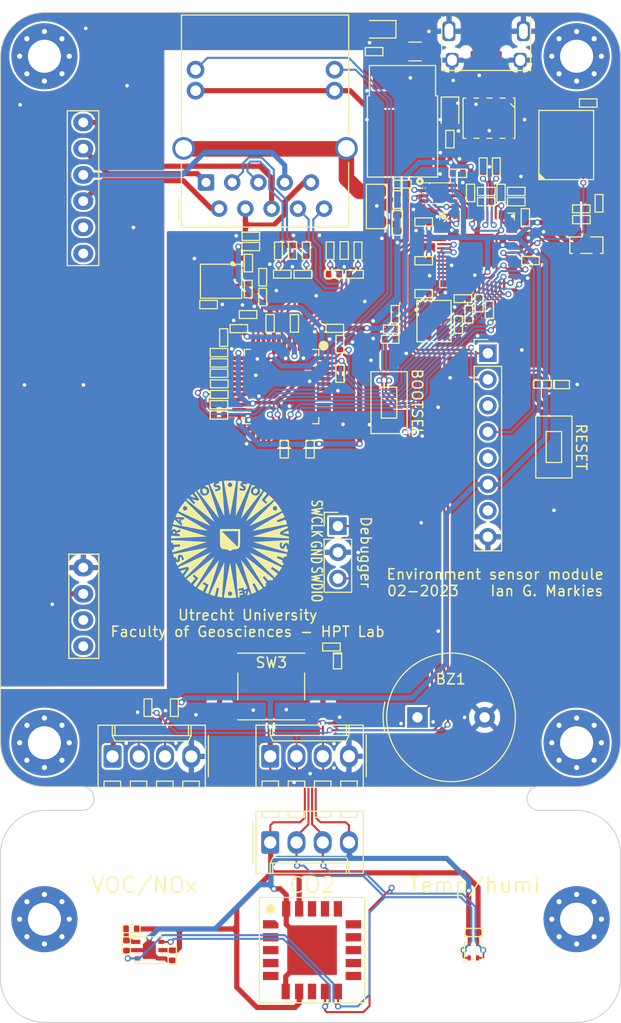
<source format=kicad_pcb>
(kicad_pcb (version 20211014) (generator pcbnew)
  (layers (0 "F.Cu" signal) (31 "B.Cu" signal) (34 "B.Paste" user) (35 "F.Paste" user) (36 "B.SilkS" user "B.Silkscreen") (37 "F.SilkS" user "F.Silkscreen") (38 "B.Mask" user) (39 "F.Mask" user) (44 "Edge.Cuts" user))
  (net 0 "")
  (net 1 "+3.3V")
  (net 2 "GND")
  (net 3 "Net-(C15-Pad1)")
  (net 4 "Net-(C16-Pad1)")
  (net 5 "Net-(C17-Pad1)")
  (net 6 "+1V1")
  (net 7 "Net-(C29-Pad1)")
  (net 8 "Net-(C35-Pad1)")
  (net 9 "Net-(C37-Pad1)")
  (net 10 "Net-(C32-Pad1)")
  (net 11 "Net-(C33-Pad1)")
  (net 12 "Net-(C34-Pad1)")
  (net 13 "+Vbus")
  (net 14 "+VSYS")
  (net 15 "Net-(D3-Pad2)")
  (net 16 "+VPoE")
  (net 17 "BOOTSEL")
  (net 18 "RUN")
  (net 19 "RST_DIS")
  (net 20 "Net-(J1-Pad1)")
  (net 22 "/MCU RP2040/Data-")
  (net 23 "/MCU RP2040/Data+")
  (net 24 "SWCLK")
  (net 25 "SWDIO")
  (net 26 "Net-(R8-Pad1)")
  (net 27 "/Ethernet W5100S/VC2-")
  (net 28 "/Ethernet W5100S/VC1-")
  (net 29 "/Ethernet W5100S/RXI-")
  (net 30 "Net-(R23-Pad1)")
  (net 31 "/Ethernet W5100S/RXI+")
  (net 32 "/Ethernet W5100S/VC2+")
  (net 33 "Net-(R23-Pad2)")
  (net 34 "Net-(R25-Pad1)")
  (net 35 "Net-(R29-Pad2)")
  (net 36 "/Ethernet W5100S/VC1+")
  (net 37 "Net-(R30-Pad1)")
  (net 38 "/Ethernet W5100S/TXO-")
  (net 41 "/Ethernet W5100S/TXO+")
  (net 47 "/MCU RP2040/GPIO29{slash}ADC3")
  (net 48 "/MCU RP2040/MCU_D+")
  (net 49 "/MCU RP2040/USB_D+")
  (net 50 "Net-(R28-Pad2)")
  (net 54 "/MCU RP2040/MCU_D-")
  (net 55 "/MCU RP2040/USB_D-")
  (net 56 "/MCU RP2040/QSPI_SS")
  (net 57 "/Ethernet W5100S/TX-")
  (net 58 "/Ethernet W5100S/TX+")
  (net 59 "/Ethernet W5100S/RX-")
  (net 60 "/Ethernet W5100S/RX+")
  (net 61 "I2C1_SDA")
  (net 62 "I2C1_SCL")
  (net 65 "GPIO23")
  (net 72 "RSTn")
  (net 73 "SPI0_RX")
  (net 74 "SPI0_CSn")
  (net 75 "SPI0_SCK")
  (net 76 "SPI0_TX")
  (net 77 "INTn")
  (net 79 "Net-(J2-Pad12)")
  (net 94 "Net-(J2-Pad14)")
  (net 95 "/Ethernet W5100S/LNKn")
  (net 96 "+1V2A")
  (net 97 "+1V2D")
  (net 98 "+1V2O")
  (net 116 "+3V3A")
  (net 117 "/Ethernet W5100S/ACTn")
  (net 118 "/MCU RP2040/QSPI_SD3")
  (net 119 "/MCU RP2040/QSPI_SCLK")
  (net 120 "/MCU RP2040/QSPI_SD0")
  (net 121 "GPIO5")
  (net 122 "GPIO4")
  (net 125 "/MCU RP2040/QSPI_SD2")
  (net 126 "/MCU RP2040/QSPI_SD1")
  (net 127 "Net-(D1-Pad1)")
  (footprint "HPT:Res 0402_1005Metric" (layer "F.Cu") (at 148.6975 55.1125 90)
    (fp_text reference "R5" hide)
    (fp_text value "27R")
  )
  (footprint "HPT:Micro USB, Type B" (layer "F.Cu") (at 147.7375 44.7875 180)
    (fp_text reference "J1" hide)
    (fp_text value "USB_B_Micro")
  )
  (footprint "Package_SO:SOIC-8_3.9x4.9mm_P1.27mm" (layer "F.Cu") (at 148.0625 50.4125 -90)
    (fp_text reference "U2" hide)
    (fp_text value "USB6B1")
  )
  (footprint "Diode_SMD:D_SOD-923" (layer "F.Cu") (at 155.05 76.2125)
    (fp_text reference "D6" hide)
    (fp_text value "ESD9B3.3ST5G" hide)
  )
  (footprint "HPT:Res 0402_1005Metric" (layer "F.Cu") (at 138.95 69.4 -90)
    (fp_text reference "R11" hide)
    (fp_text value "1k")
  )
  (footprint "HPT:Res 0402_1005Metric" (layer "F.Cu") (at 124.698139 69.45 180)
    (fp_text reference "R25" hide)
    (fp_text value "1M")
  )
  (footprint "HPT:Cap 0402_1005Metric" (layer "F.Cu") (at 126.833139 70.3 90)
    (fp_text reference "C21" hide)
    (fp_text value "0.1uF")
  )
  (footprint "HPT:Cap 0402_1005Metric" (layer "F.Cu") (at 157.6 48.95)
    (fp_text reference "C39" hide)
    (fp_text value "0.1uF")
  )
  (footprint "Diode_SMD:D_SOD-923" (layer "F.Cu") (at 138.55 70.85 180)
    (fp_text reference "D4" hide)
    (fp_text value "ESD9B3.3ST5G" hide)
  )
  (footprint "Fuse:Fuse_1206_3216Metric" (layer "F.Cu") (at 140.85 43.95 180)
    (fp_text reference "F1" hide)
    (fp_text value "Fuse")
  )
  (footprint "HPT:Cap 0402_1005Metric" (layer "F.Cu") (at 130.6875 82.4625 -90)
    (fp_text reference "C19" hide)
    (fp_text value "0.1uF")
  )
  (footprint "HPT:Cap 0402_1005Metric" (layer "F.Cu") (at 141.7 64.2125 180)
    (fp_text reference "C4" hide)
    (fp_text value "0.1uF")
  )
  (footprint "HPT:Slot 2x3" (layer "F.Cu") (at 133.1875 116.3125)
    (fp_text reference "REF**" hide)
    (fp_text value "Slot 2x3" hide)
  )
  (footprint "Connector_PinHeader_2.54mm:PinHeader_1x08_P2.54mm_Vertical" (layer "F.Cu") (at 147.9 73.18)
    (fp_text reference "J3" hide)
    (fp_text value "Display")
  )
  (footprint "Diode_SMD:D_SOD-323" (layer "F.Cu") (at 144.2375 49.8625 -90)
    (fp_text reference "D2" hide)
    (fp_text value "BAT60A" hide)
  )
  (footprint "HPT:Cap 0402_1005Metric" (layer "F.Cu") (at 152.0175 64.2125)
    (fp_text reference "C8" hide)
    (fp_text value "0.1uF")
  )
  (footprint "HPT:Res 0402_1005Metric" (layer "F.Cu") (at 138.45 71.85 180)
    (fp_text reference "R28" hide)
    (fp_text value "100R")
  )
  (footprint "HPT:uu Logo" (layer "F.Cu") (at 122.829164 91.230656)
    (fp_text reference "G***" hide)
    (fp_text value "LOGO" hide)
  )
  (footprint "HPT:LQFP48" (layer "F.Cu") (at 127.933139 76.40686 180)
    (fp_text reference "U5" hide)
    (fp_text value "W5100S")
  )
  (footprint "HPT:Cap 0402_1005Metric" (layer "F.Cu") (at 146.2375 57.6625 90)
    (fp_text reference "C1" hide)
    (fp_text value "0.1uF")
  )
  (footprint "HPT:Slot 2x5.5" (layer "F.Cu") (at 145.74 133.7 180)
    (fp_text reference "REF**" hide)
    (fp_text value "Slot 2x5.5" hide)
  )
  (footprint "HPT:Cap 0402_1005Metric" (layer "F.Cu") (at 121.8875 79.15 180)
    (fp_text reference "C20" hide)
    (fp_text value "0.1uF")
  )
  (footprint "HPT:Cap 0402_1005Metric" (layer "F.Cu") (at 128.183139 82.4625 -90)
    (fp_text reference "C27" hide)
    (fp_text value "0.1uF")
  )
  (footprint "HPT:Cap 0402_1005Metric" (layer "F.Cu") (at 147.0375 68.3125 -90)
    (fp_text reference "C9" hide)
    (fp_text value "0.1uF")
  )
  (footprint "HPT:Res 0402_1005Metric" (layer "F.Cu") (at 114.9875 107.5125 90)
    (fp_text reference "R2" hide)
    (fp_text value "DNP")
  )
  (footprint "Package_DFN_QFN:QFN-56-1EP_7x7mm_P0.4mm_EP3.2x3.2mm" (layer "F.Cu") (at 146.8625 63.2125)
    (fp_text reference "U3" hide)
    (fp_text value "RP2040")
  )
  (footprint "HPT:Cap 0402_1005Metric" (layer "F.Cu") (at 151.5375 60.0325 90)
    (fp_text reference "C3" hide)
    (fp_text value "0.1uF")
  )
  (footprint "Crystal:Crystal_SMD_Abracon_ABM8G-4Pin_3.2x2.5mm" (layer "F.Cu") (at 142.6875 70.0625 -90)
    (fp_text reference "Y1" hide)
    (fp_text value "12MHz")
  )
  (footprint "HPT:Cap 0402_1005Metric" (layer "F.Cu") (at 133.9875 63.2125 -90)
    (fp_text reference "C29" hide)
    (fp_text value "0.1uF")
  )
  (footprint "HPT:Res 0402_1005Metric" (layer "F.Cu") (at 145.4875 67.9125 180)
    (fp_text reference "R8" hide)
    (fp_text value "DNP")
  )
  (footprint "HPT:Cap 0402_1005Metric" (layer "F.Cu") (at 146.5 129.3)
    (fp_text reference "C36" hide)
    (fp_text value "0.1uF")
  )
  (footprint "Diode_SMD:D_SOD-923" (layer "F.Cu") (at 133.35 103 -90)
    (fp_text reference "D7" hide)
    (fp_text value "ESD9B3.3ST5G" hide)
  )
  (footprint "HPT:Slot 2x3" (layer "F.Cu") (at 148.95 127.9)
    (fp_text reference "REF**" hide)
    (fp_text value "Slot 2x3" hide)
  )
  (footprint "Connector_Molex:Molex_KK-254_AE-6410-04A_1x04_P2.54mm_Vertical" (layer "F.Cu") (at 126.84 112.22)
    (fp_text reference "J6" hide)
    (fp_text value "Breakout 1")
  )
  (footprint "HPT:Res 0402_1005Metric" (layer "F.Cu") (at 135.35 63.25 -90)
    (fp_text reference "R14" hide)
    (fp_text value "49R9")
  )
  (footprint "HPT:SDC4x" (layer "F.Cu") (at 130.8875 131)
    (fp_text reference "U6" hide)
    (fp_text value "SCD4x")
  )
  (footprint "HPT:Res 0402_1005Metric" (layer "F.Cu") (at 139.6375 56.8125 180)
    (fp_text reference "R10" hide)
    (fp_text value "DNP")
  )
  (footprint "HPT:Cap 0402_1005Metric" (layer "F.Cu") (at 121.8875 73.10686 180)
    (fp_text reference "C25" hide)
    (fp_text value "0.1uF")
  )
  (footprint "HPT:Cap 0402_1005Metric" (layer "F.Cu") (at 120.883139 68.45686 180)
    (fp_text reference "C34" hide)
    (fp_text value "18pF")
  )
  (footprint "HPT:Cap 0402_1005Metric" (layer "F.Cu") (at 156.9625 60.2225 180)
    (fp_text reference "C15" hide)
    (fp_text value "0.1uF")
  )
  (footprint "HPT:Cap 0402_1005Metric" (layer "F.Cu") (at 147.7375 58.5125)
    (fp_text reference "C6" hide)
    (fp_text value "0.1uF")
  )
  (footprint "Connector_PinHeader_2.54mm:PinHeader_1x03_P2.54mm_Vertical" (layer "F.Cu") (at 133.3875 89.9225)
    (fp_text reference "J5" hide)
    (fp_text value "Debugger")
  )
  (footprint "Button_Switch_SMD:SW_Push_1P1T_NO_6x6mm_H9.5mm" (layer "F.Cu") (at 126.9375 105.4625)
    (fp_text reference "SW3")
    (fp_text value "Display")
  )
  (footprint "HPT:Cap 0402_1005Metric" (layer "F.Cu") (at 124.733139 64.45686 90)
    (fp_text reference "C35" hide)
    (fp_text value "18pF")
  )
  (footprint "Inductor_SMD:L_0402_1005Metric" (layer "F.Cu") (at 123.8 70.8 180)
    (fp_text reference "L2" hide)
    (fp_text value "120r@100MHz")
  )
  (footprint "HPT:Cap 0402_1005Metric" (layer "F.Cu") (at 124.95 62.85)
    (fp_text reference "C30" hide)
    (fp_text value "0.1uF")
  )
  (footprint "HPT:Cap 0402_1005Metric" (layer "F.Cu") (at 121.8875 74.10686 180)
    (fp_text reference "C24" hide)
    (fp_text value "1uF")
  )
  (footprint "HPT:Slot 2x3" (layer "F.Cu") (at 128.1875 116.3125)
    (fp_text reference "REF**" hide)
    (fp_text value "Slot 2x3" hide)
  )
  (footprint "HPT:Cap 0402_1005Metric" (layer "F.Cu") (at 145.0375 70.4 -90)
    (fp_text reference "C17" hide)
    (fp_text value "15pF")
  )
  (footprint "HPT:Cap 0402_1005Metric" (layer "F.Cu") (at 148.0375 68.9625 -90)
    (fp_text reference "C2" hide)
    (fp_text value "0.1uF")
  )
  (footprint "HPT:Cap 0402_1005Metric" (layer "F.Cu") (at 112.9 130.55 -90)
    (fp_text reference "C37" hide)
    (fp_text value "1uF")
  )
  (footprint "HPT:Cap 0402_1005Metric" (layer "F.Cu") (at 141.7 60.4625 180)
    (fp_text reference "C5" hide)
    (fp_text value "0.1uF")
  )
  (footprint "Inductor_SMD:L_0402_1005Metric" (layer "F.Cu") (at 122.333139 71.65686 -90)
    (fp_text reference "L3" hide)
    (fp_text value "120r@100MHz")
  )
  (footprint "MountingHole:MountingHole_3.2mm_M3_Pad_Via" (layer "F.Cu") (at 156.4875 44.4125)
    (fp_text reference "REF**" hide)
    (fp_text value "MountingHole_3.2mm_M3_Pad_Via" hide)
  )
  (footprint "HPT:Slot 2x5.5" (layer "F.Cu") (at 143.45 129.94 90)
    (fp_text reference "REF**" hide)
    (fp_text value "Slot 2x5.5" hide)
  )
  (footprint "HPT:PoE, 10 Pin with LED" (layer "F.Cu") (at 125.7425 50.5175 90)
    (fp_text reference "J2" hide)
    (fp_text value "Ethernet_(100_Base-T_&_PoE)")
  )
  (footprint "HPT:Adafruit 3847 connector" (layer "F.Cu") (at 108.7475 76.1925 -90)
    (fp_text reference "MOD1" hide)
    (fp_text value "Adafruit_3847_connector")
  )
  (footprint "HPT:Res 0402_1005Metric" (layer "F.Cu") (at 127.65 63.25 -90)
    (fp_text reference "R15" hide)
    (fp_text value "49R9")
  )
  (footprint "HPT:Switch" (layer "F.Cu") (at 154.2875 82.2625 -90)
    (fp_text reference "SW2" hide)
    (fp_text value "RESET")
  )
  (footprint "Package_TO_SOT_SMD:SOT-23" (layer "F.Cu") (at 157.4375 62.7125 90)
    (fp_text reference "Q1" hide)
    (fp_text value "2N7002")
  )
  (footprint "HPT:Res 0402_1005Metric" (layer "F.Cu") (at 135 65.55 180)
    (fp_text reference "R17" hide)
    (fp_text value "3R3")
  )
  (footprint "HPT:Slot 2x3" (layer "F.Cu") (at 143.1875 116.3125)
    (fp_text reference "REF**" hide)
    (fp_text value "Slot 2x3" hide)
  )
  (footprint "HPT:LED" (layer "F.Cu") (at 139.1375 60.5525 90)
    (fp_text reference "D3" hide)
    (fp_text value "LED")
  )
  (footprint "HPT:SON50P300X200X60-9N" (layer "F.Cu") (at 143.0875 57.675)
    (fp_text reference "U4" hide)
    (fp_text value "W25Q16JVUXIQ")
  )
  (footprint "HPT:Res 0402_1005Metric" (layer "F.Cu") (at 156.9375 59.1725)
    (fp_text reference "R7" hide)
    (fp_text value "100k")
  )
  (footprint "HPT:Res 0402_1005Metric" (layer "F.Cu") (at 121.9 76.125)
    (fp_text reference "R21" hide)
    (fp_text value "470R")
  )
  (footprint "HPT:Slot 2x3" (layer "F.Cu") (at 148.1875 116.3125)
    (fp_text reference "REF**" hide)
    (fp_text value "Slot 2x3" hide)
  )
  (footprint "Connector_Molex:Molex_KK-254_AE-6410-04A_1x04_P2.54mm_Vertical" (layer "F.Cu") (at 111.5775 112.2325)
    (fp_text reference "J4" hide)
    (fp_text value "Extra I2C")
  )
  (footprint "HPT:XDCR_SGP41-D-R4" (layer "F.Cu") (at 115.1375 131)
    (fp_text reference "U7" hide)
    (fp_text value "SGP41")
  )
  (footprint "Diode_SMD:D_SOD-323" (layer "F.Cu") (at 137.5 41.8 180)
    (fp_text reference "D1" hide)
    (fp_text value "BAT60A")
  )
  (footprint "HPT:Res 0402_1005Metric" (layer "F.Cu") (at 147.4275 55.1125 90)
    (fp_text reference "R4" hide)
    (fp_text value "27R")
  )
  (footprint "HPT:Cap 0402_1005Metric" (layer "F.Cu") (at 150.6375 57.5125)
    (fp_text reference "C14" hide)
    (fp_text value "1uF")
  )
  (footprint "MountingHole:MountingHole_3.2mm_M3_Pad_Via" (layer "F.Cu") (at 104.9875 128)
    (fp_text reference "REF**" hide)
    (fp_text value "MountingHole_3.2mm_M3_Pad_Via" hide)
  )
  (footprint "Buzzer_Beeper:Buzzer_TDK_PS1240P02BT_D12.2mm_H6.5mm" (layer "F.Cu") (at 144.3375 108.45)
    (fp_text reference "BZ1")
    (fp_text value "Buzzer")
  )
  (footprint "HPT:Res 0402_1005Metric" (layer "F.Cu") (at 132.755 101.6125)
    (fp_text reference "R30" hide)
    (fp_text value "100R")
  )
  (footprint "HPT:Cap 0402_1005Metric" (layer "F.Cu") (at 133.6 75.15686 90)
    (fp_text reference "C28" hide)
    (fp_text value "0.1uF")
  )
  (footprint "HPT:Cap 0402_1005Metric" (layer "F.Cu") (at 141.7 67.4 180)
    (fp_text reference "C16" hide)
    (fp_text value "15pF")
  )
  (footprint "MountingHole:MountingHole_3.2mm_M3_Pad_Via" (layer "F.Cu") (at 156.4875 110.9125)
    (fp_text reference "REF**" hide)
    (fp_text value "MountingHole_3.2mm_M3_Pad_Via" hide)
  )
  (footprint "HPT:Cap 0402_1005Metric" (layer "F.Cu") (at 124.95 61.8625)
    (fp_text reference "C31" hide)
    (fp_text value "1uF")
  )
  (footprint "HPT:Cap 0402_1005Metric" (layer "F.Cu") (at 121.8875 75.10686 180)
    (fp_text reference "C22" hide)
    (fp_text value "0.1uF")
  )
  (footprint "HPT:XDCR_SHT41-AD1B-R2" (layer "F.Cu") (at 146.5 131.05 90)
    (fp_text reference "U8")
    (fp_text value "SHT4x")
  )
  (footprint "Crystal:Crystal_SMD_Abracon_ABM8G-4Pin_3.2x2.5mm" (layer "F.Cu") (at 122.083139 66.20686 180)
    (fp_text reference "Y2" hide)
    (fp_text value "25MHz")
  )
  (footprint "HPT:Res 0402_1005Metric" (layer "F.Cu") (at 158.6375 58.6625 90)
    (fp_text reference "R6" hide)
    (fp_text value "200k")
  )
  (footprint "HPT:Res 0402_1005Metric" (layer "F.Cu") (at 153.2 76.2 180)
    (fp_text reference "R29" hide)
    (fp_text value "100R")
  )
  (footprint "HPT:Res 0402_1005Metric" (layer "F.Cu") (at 121.9 77.15)
    (fp_text reference "R22" hide)
    (fp_text value "470R")
  )
  (footprint "HPT:Res 0402_1005Metric" (layer "F.Cu") (at 139.1375 58.3025 90)
    (fp_text reference "R1" hide)
    (fp_text value "470R")
  )
  (footprint "HPT:Slot 2x5.5" (layer "F.Cu") (at 149.35 130.8 90)
    (fp_text reference "REF**" hide)
    (fp_text value "Slot 2x5.5" hide)
  )
  (footprint "HPT:Slot 2x3" (layer "F.Cu") (at 123.1875 116.3125)
    (fp_text reference "REF**" hide)
    (fp_text value "Slot 2x3" hide)
  )
  (footprint "HPT:Res 0402_1005Metric" (layer "F.Cu") (at 126.133139 65.80686 -90)
    (fp_text reference "R24" hide)
    (fp_text value "300R/1%")
  )
  (footprint "MountingHole:MountingHole_3.2mm_M3_Pad_Via" (layer "F.Cu") (at 156.4875 128)
    (fp_text reference "REF**" hide)
    (fp_text value "MountingHole_3.2mm_M3_Pad_Via" hide)
  )
  (footprint "HPT:Res 0402_1005Metric" (layer "F.Cu") (at 133 65.5)
    (fp_text reference "R18" hide)
    (fp_text value "3R3")
  )
  (footprint "HPT:Cap 0402_1005Metric" (layer "F.Cu") (at 149.1875 57.6625 90)
    (fp_text reference "C12" hide)
    (fp_text value "1uF")
  )
  (footprint "HPT:Res 0402_1005Metric" (layer "F.Cu") (at 130.35 63.25 -90)
    (fp_text reference "R16" hide)
    (fp_text value "49R9")
  )
  (footprint "HPT:Res 0402_1005Metric" (layer "F.Cu") (at 130 65.55 180)
    (fp_text reference "R19" hide)
    (fp_text value "3R3")
  )
  (footprint "HPT:Slot 2x3" (layer "F.Cu") (at 118.1875 116.3125)
    (fp_text reference "REF**" hide)
    (fp_text value "Slot 2x3" hide)
  )
  (footprint "HPT:Res 0402_1005Metric" (layer "F.Cu") (at 146.0375 69.4125 90)
    (fp_text reference "R9" hide)
    (fp_text value "1k")
  )
  (footprint "" (layer "F.Cu") (at 144.05 127.9)
    (fp_text reference "")
    (fp_text value "")
  )
  (footprint "LED_SMD:LED_WS2812B_PLCC4_5.0x5.0mm_P3.2mm" (layer "F.Cu") (at 155.4875 53.0125 -90)
    (fp_text reference "D5" hide)
    (fp_text value "WS2812B")
  )
  (footprint "Capacitor_SMD:C_1206_3216Metric" (layer "F.Cu") (at 137.1375 58.9625 -90)
    (fp_text reference "C33" hide)
    (fp_text value "1nF/2kV")
  )
  (footprint "HPT:Cap 0402_1005Metric" (layer "F.Cu") (at 129.1875 70.3 90)
    (fp_text reference "C23" hide)
    (fp_text value "0.1uF")
  )
  (footprint "HPT:Res 0402_1005Metric" (layer "F.Cu") (at 124.733139 66.95686 -90)
    (fp_text reference "R26" hide)
    (fp_text value "0R")
  )
  (footprint "HPT:Cap 0402_1005Metric" (layer "F.Cu") (at 144.9875 55.7625)
    (fp_text reference "C18" hide)
    (fp_text value "0.1uF")
  )
  (footprint "HPT:Res 0402_1005Metric" (layer "F.Cu") (at 133.6 72.3 -90)
    (fp_text reference "R12" hide)
    (fp_text value "4k7")
  )
  (footprint "HPT:Res 0402_1005Metric" (layer "F.Cu") (at 132.65 63.2425 -90)
    (fp_text reference "R13" hide)
    (fp_text value "49R9")
  )
  (footprint "HPT:Res 0402_1005Metric" (layer "F.Cu") (at 113.4 128.95 180)
    (fp_text reference "R27" hide)
    (fp_text value "4R7")
  )
  (footprint "HPT:Cap 0402_1005Metric" (layer "F.Cu") (at 144.2375 52.45 90)
    (fp_text reference "C11" hide)
    (fp_text value "10uF")
  )
  (footprint "HPT:Cap 0402_1005Metric" (layer "F.Cu") (at 128.9875 63.2125 -90)
    (fp_text reference "C32" hide)
    (fp_text value "0.1uF")
  )
  (footprint "HPT:Cap 0402_1005Metric" (layer "F.Cu") (at 117.35 131.5 -90)
    (fp_text reference "C38" hide)
    (fp_text value "1uF")
  )
  (footprint "Connector_Molex:Molex_KK-254_AE-6410-04A_1x04_P2.54mm_Vertical" (layer "F.Cu") (at 126.84 120.57)
    (fp_text reference "J7" hide)
    (fp_text value "Breakout 2")
  )
  (footprint "HPT:Res 0402_1005Metric" (layer "F.Cu") (at 117.5375 107.5125 90)
    (fp_text reference "R3" hide)
    (fp_text value "DNP")
  )
  (footprint "Inductor_SMD:L_0402_1005Metric" (layer "F.Cu") (at 133.0875 70.7625 180)
    (fp_text reference "L1" hide)
    (fp_text value "120r@100MHz")
  )
  (footprint "HPT:Res 0402_1005Metric" (layer "F.Cu") (at 128 65.5)
    (fp_text reference "R20" hide)
    (fp_text value "3R3")
  )
  (footprint "HPT:Res 0402_1005Metric" (layer "F.Cu") (at 126.133139 67.73186 -90)
    (fp_text reference "R23" hide)
    (fp_text value "12K/1%")
  )
  (footprint "HPT:Slot 2x3" (layer "F.Cu") (at 113.1875 116.3125)
    (fp_text reference "REF**" hide)
    (fp_text value "Slot 2x3" hide)
  )
  (footprint "MountingHole:MountingHole_3.2mm_M3_Pad_Via" (layer "F.Cu") (at 104.9875 44.4125)
    (fp_text reference "REF**" hide)
    (fp_text value "MountingHole_3.2mm_M3_Pad_Via" hide)
  )
  (footprint "HPT:Cap 0402_1005Metric" (layer "F.Cu") (at 136.9 43.95 180)
    (fp_text reference "C10" hide)
    (fp_text value "10uF")
  )
  (footprint "HPT:Cap 0402_1005Metric" (layer "F.Cu") (at 147.7375 57.5125)
    (fp_text reference "C7" hide)
    (fp_text value "0.1uF")
  )
  (footprint "HPT:Switch" (layer "F.Cu") (at 138.3375 77.9625 -90)
    (fp_text reference "SW1" hide)
    (fp_text value "BOOTSEL")
  )
  (footprint "HPT:Cap 0402_1005Metric" (layer "F.Cu") (at 121.8875 78.1625 180)
    (fp_text reference "C26" hide)
    (fp_text value "0.1uF")
  )
  (footprint "HPT:Cap 0402_1005Metric" (layer "F.Cu") (at 150.6375 58.5125)
    (fp_text reference "C13" hide)
    (fp_text value "1uF")
  )
  (footprint "MountingHole:MountingHole_3.2mm_M3_Pad_Via" (layer "F.Cu") (at 104.9875 110.9125)
    (fp_text reference "REF**" hide)
    (fp_text value "MountingHole_3.2mm_M3_Pad_Via" hide)
  )
  (footprint "Package_TO_SOT_SMD:TO-252-2" (layer "F.Cu") (at 139.6375 50.7125 -90)
    (fp_text reference "U1" hide)
    (fp_text value "NCP1117-3.3_TO252")
  )
  (footprint "HPT:Slot 2x3" (layer "F.Cu") (at 138.1875 116.3125)
    (fp_text reference "REF**" hide)
    (fp_text value "Slot 2x3" hide)
  )
  (gr_circle (center 132 72.45) (end 132.4 72.45) (layer "F.SilkS") (width 0.15) (fill solid))
  (gr_line (start 160.7375 110.9125) (end 160.7375 44.4125) (layer "Edge.Cuts") (width 0.1))
  (gr_arc (start 104.9875 115.1625) (mid 101.982296 113.917704) (end 100.7375 110.9125) (layer "Edge.Cuts") (width 0.1))
  (gr_arc (start 160.7375 133.75) (mid 159.488358 136.750858) (end 156.4875 138) (layer "Edge.Cuts") (width 0.1))
  (gr_arc (start 152.8375 117.4625) (mid 151.6875 116.3125) (end 152.8375 115.1625) (layer "Edge.Cuts") (width 0.1))
  (gr_line (start 104.9875 115.1625) (end 108.6375 115.1625) (layer "Edge.Cuts") (width 0.1))
  (gr_line (start 104.9875 117.4625) (end 108.6375 117.4625) (layer "Edge.Cuts") (width 0.1))
  (gr_line (start 104.9875 138) (end 156.4875 138) (layer "Edge.Cuts") (width 0.1))
  (gr_line (start 104.9875 40.1625) (end 156.4875 40.1625) (layer "Edge.Cuts") (width 0.1))
  (gr_arc (start 100.7375 44.4125) (mid 101.982296 41.407296) (end 104.9875 40.1625) (layer "Edge.Cuts") (width 0.1))
  (gr_arc (start 156.4875 117.4625) (mid 159.492704 118.707296) (end 160.7375 121.7125) (layer "Edge.Cuts") (width 0.1))
  (gr_arc (start 156.4875 40.1625) (mid 159.492704 41.407296) (end 160.7375 44.4125) (layer "Edge.Cuts") (width 0.1))
  (gr_line (start 100.7375 110.9125) (end 100.7375 44.4125) (layer "Edge.Cuts") (width 0.1))
  (gr_line (start 160.7375 121.7125) (end 160.7375 133.75) (layer "Edge.Cuts") (width 0.1))
  (gr_line (start 152.8375 115.1625) (end 156.4875 115.1625) (layer "Edge.Cuts") (width 0.1))
  (gr_line (start 152.8375 117.4625) (end 156.4875 117.4625) (layer "Edge.Cuts") (width 0.1))
  (gr_arc (start 104.9875 138) (mid 101.982296 136.755204) (end 100.7375 133.75) (layer "Edge.Cuts") (width 0.1))
  (gr_line (start 100.7375 133.75) (end 100.7375 121.7125) (layer "Edge.Cuts") (width 0.1))
  (gr_arc (start 100.7375 121.7125) (mid 101.986642 118.711642) (end 104.9875 117.4625) (layer "Edge.Cuts") (width 0.1))
  (gr_arc (start 160.7375 110.9125) (mid 159.492704 113.917704) (end 156.4875 115.1625) (layer "Edge.Cuts") (width 0.1))
  (gr_arc (start 108.6375 115.1625) (mid 109.7875 116.3125) (end 108.6375 117.4625) (layer "Edge.Cuts") (width 0.1))
  (gr_text "VOC/NOx" (at 114.65 124.7) (layer "F.SilkS") (effects (font (size 1.5 1.5))))
  (gr_text "Utrecht University\nFaculty of Geosciences - HPT Lab" (at 124.65 99.35) (layer "F.SilkS") (effects (font (size 1 1))))
  (gr_text "SWCLK" (at 131.3375 89.2125 270) (layer "F.SilkS") (effects (font (size 1 0.75))))
  (gr_text "Environment sensor module\n02-2023    Ian G. Markies" (at 148.6 95.4) (layer "F.SilkS") (effects (font (size 1 1))))
  (gr_text "GND" (at 131.2875 92.4625 270) (layer "F.SilkS") (effects (font (size 1 0.75))))
  (gr_text "CO2" (at 130.9 124.7) (layer "F.SilkS") (effects (font (size 1.5 1.5))))
  (gr_text "SWDIO\n" (at 131.3375 95.5625 270) (layer "F.SilkS") (effects (font (size 1 0.75))))
  (gr_text "Temp/humi" (at 146.6 124.7) (layer "F.SilkS") (effects (font (size 1.5 1.5))))
  (segment (start 147.873944 65.298944) (end 147.806082 65.298944) (width 0.2) (layer "F.Cu") (net 1))
  (segment (start 123 128.95) (end 117.45 128.95) (width 0.5) (layer "F.Cu") (net 1))
  (segment (start 123.8125 79.8) (end 123.833139 79.779361) (width 0.35) (layer "F.Cu") (net 1))
  (segment (start 130.1875 114.826419) (end 130.1875 118.1525) (width 0.2) (layer "F.Cu") (net 1))
  (segment (start 144.5075 54.9075) (end 144.5075 55.7625) (width 0.5) (layer "F.Cu") (net 1))
  (segment (start 126.9625 123.5125) (end 126.8875 123.5875) (width 0.5) (layer "F.Cu") (net 1))
  (segment (start 147.0625 66.042526) (end 147.0625 66.65) (width 0.2) (layer "F.Cu") (net 1))
  (segment (start 123.1 128.95) (end 123.6 128.45) (width 0.2) (layer "F.Cu") (net 1))
  (segment (start 151.5375 60.5125) (end 152.6875 60.5125) (width 0.5) (layer "F.Cu") (net 1))
  (segment (start 135.4375 70.7625) (end 135.5 70.825) (width 0.5) (layer "F.Cu") (net 1))
  (segment (start 144.3 54.7) (end 144.5075 54.9075) (width 0.5) (layer "F.Cu") (net 1))
  (segment (start 151.5375 63.9625) (end 151.5375 64.2125) (width 0.5) (layer "F.Cu") (net 1))
  (segment (start 139.7675 52.9425) (end 139.6375 52.8125) (width 0.5) (layer "F.Cu") (net 1))
  (segment (start 142.2 60.46625) (end 142.19625 60.4625) (width 0.5) (layer "F.Cu") (net 1))
  (segment (start 139.1375 56.8225) (end 139.1275 56.8125) (width 0.5) (layer "F.Cu") (net 1))
  (segment (start 146.2375 55.1125) (end 146.2375 56.108825) (width 0.5) (layer "F.Cu") (net 1))
  (segment (start 118.2475 107.0025) (end 113.7475 107.0025) (width 0.5) (layer "F.Cu") (net 1))
  (segment (start 126.85 109.3995) (end 126.84 109.4095) (width 0.5) (layer "F.Cu") (net 1))
  (segment (start 126.8875 122.9375) (end 126.8875 123.5875) (width 0.5) (layer "F.Cu") (net 1))
  (segment (start 117.6 128.95) (end 117.45 128.95) (width 0.2) (layer "F.Cu") (net 1))
  (segment (start 134.9625 70.7625) (end 133.5725 70.7625) (width 0.5) (layer "F.Cu") (net 1))
  (segment (start 129.7275 118.6125) (end 127.1475 118.6125) (width 0.2) (layer "F.Cu") (net 1))
  (segment (start 135.5 71.3) (end 134.9625 70.7625) (width 0.2) (layer "F.Cu") (net 1))
  (segment (start 127.4 123.5) (end 126.8875 122.9875) (width 0.2) (layer "F.Cu") (net 1))
  (segment (start 135.9375 70.7625) (end 135.4375 70.7625) (width 0.5) (layer "F.Cu") (net 1))
  (segment (start 146.2375 56.108825) (end 147.2575 57.128825) (width 0.5) (layer "F.Cu") (net 1))
  (segment (start 118.05 129.4) (end 117.6 128.95) (width 0.2) (layer "F.Cu") (net 1))
  (segment (start 150.1575 58.9425) (end 150.1575 58.5625) (width 0.5) (layer "F.Cu") (net 1))
  (segment (start 116.2875 131) (end 117.33 131) (width 0.4) (layer "F.Cu") (net 1))
  (segment (start 149.325 59.775) (end 150.1575 58.9425) (width 0.5) (layer "F.Cu") (net 1))
  (segment (start 144.25 52.9675) (end 144.225 52.9425) (width 0.5) (layer "F.Cu") (net 1))
  (segment (start 147.2875 58.5825) (end 147.2875 59.7625) (width 0.5) (layer "F.Cu") (net 1))
  (segment (start 142.34625 60.6125) (end 142.19625 60.4625) (width 0.2) (layer "F.Cu") (net 1))
  (segment (start 139.1275 56.8125) (end 139.1275 53.3225) (width 0.5) (layer "F.Cu") (net 1))
  (segment (start 117.33 131) (end 117.35 131.02) (width 0.4) (layer "F.Cu") (net 1))
  (segment (start 135.5 71.3) (end 135.5 81.95) (width 0.5) (layer "F.Cu") (net 1))
  (segment (start 136.1875 70.7625) (end 135.9375 70.7625) (width 0.5) (layer "F.Cu") (net 1))
  (segment (start 126.84 120.57) (end 126.8875 120.6175) (width 0.5) (layer "F.Cu") (net 1))
  (segment (start 123.6 128.45) (end 123.6 129.55) (width 0.5) (layer "F.Cu") (net 1))
  (segment (start 139.1375 57.7925) (end 139.1375 56.8225) (width 0.5) (layer "F.Cu") (net 1))
  (segment (start 126.8875 123.5875) (end 123.6 126.875) (width 0.5) (layer "F.Cu") (net 1))
  (segment (start 111.6375 109.1125) (end 111.6375 111.7725) (width 0.5) (layer "F.Cu") (net 1))
  (segment (start 123.6 129.55) (end 123.6 134.6) (width 0.5) (layer "F.Cu") (net 1))
  (segment (start 147.2575 57.128825) (end 147.2575 58.5625) (width 0.5) (layer "F.Cu") (net 1))
  (segment (start 129.25 136.55) (end 129.6375 136.1625) (width 0.5) (layer "F.Cu") (net 1))
  (segment (start 144.25 54.65) (end 144.25 52.9675) (width 0.5) (layer "F.Cu") (net 1))
  (segment (start 117.35 131.02) (end 117.78 131.02) (width 0.5) (layer "F.Cu") (net 1))
  (segment (start 152.6875 60.5125) (end 153.7125 60.5125) (width 0.5) (layer "F.Cu") (net 1))
  (segment (start 123.1 128.95) (end 123.6 129.45) (width 0.2) (layer "F.Cu") (net 1))
  (segment (start 118.05 129.4) (end 118.05 128.95) (width 0.5) (layer "F.Cu") (net 1))
  (segment (start 129.3375 123.5125) (end 129.6375 123.8125) (width 0.5) (layer "F.Cu") (net 1))
  (segment (start 135.4375 70.7625) (end 134.9625 70.7625) (width 0.5) (layer "F.Cu") (net 1))
  (segment (start 130.6675 81.95686) (end 131.58186 81.95686) (width 0.5) (layer "F.Cu") (net 1))
  (segment (start 130.1875 118.1525) (end 129.7275 118.6125) (width 0.2) (layer "F.Cu") (net 1))
  (segment (start 130.683139 80.50686) (end 130.683139 81.941221) (width 0.35) (layer "F.Cu") (net 1))
  (segment (start 123.833139 79.779361) (end 123.833139 79.15686) (width 0.35) (layer "F.Cu") (net 1))
  (segment (start 123.833139 79.15686) (end 122.37436 79.15686) (width 0.35) (layer "F.Cu") (net 1))
  (segment (start 123.6 128.95) (end 123 128.95) (width 0.5) (layer "F.Cu") (net 1))
  (segment (start 125.55 136.55) (end 129.25 136.55) (width 0.5) (layer "F.Cu") (net 1))
  (segment (start 127.1475 118.6125) (end 126.85 118.91) (width 0.2) (layer "F.Cu") (net 1))
  (segment (start 117.45 128.95) (end 113.91 128.95) (width 0.5) (layer "F.Cu") (net 1))
  (segment (start 130.683139 81.941221) (end 130.6675 81.95686) (width 0.35) (layer "F.Cu") (net 1))
  (segment (start 147.0625 66.65) (end 147.0625 67.7825) (width 0.2) (layer "F.Cu") (net 1))
  (segment (start 151.4375 60.6125) (end 151.5375 60.5125) (width 0.2) (layer "F.Cu") (net 1))
  (segment (start 142.2 64.175) (end 142.2375 64.2125) (width 0.5) (layer "F.Cu") (net 1))
  (segment (start 118.05 130.75) (end 118.05 129.4) (width 0.5) (layer "F.Cu") (net 1))
  (segment (start 126.8875 120.6175) (end 126.8875 122.9375) (width 0.5) (layer "F.Cu") (net 1))
  (segment (start 156.4875 63.2875) (end 156.4875 63.65) (width 0.5) (layer "F.Cu") (net 1))
  (segment (start 126.84 109.4095) (end 126.84 112.22) (width 0.5) (layer "F.Cu") (net 1))
  (segment (start 134.5725 47.7475) (end 139.6375 52.8125) (width 0.5) (layer "F.Cu") (net 1))
  (segment (start 133.0625 47.7475) (end 134.5725 47.7475) (width 0.5) (layer "F.Cu") (net 1))
  (segment (start 135.5 70.825) (end 135.5 71.3) (width 0.5) (layer "F.Cu") (net 1))
  (segment (start 144.4875 56.925) (end 144.5075 56.905) (width 0.2) (layer "F.Cu") (net 1))
  (segment (start 118.5 128.95) (end 118.05 129.4) (width 0.2) (layer "F.Cu") (net 1))
  (segment (start 149.2875 59.775) (end 149.2875 60.4125) (width 0.2) (layer "F.Cu") (net 1))
  (segment (start 149.4875 60.6125) (end 151.4375 60.6125) (width 0.2) (layer "F.Cu") (net 1))
  (segment (start 146.9 130.35) (end 146.9 129.38) (width 0.3) (layer "F.Cu") (net 1))
  (segment (start 123.6 126.875) (end 123.6 128.45) (width 0.5) (layer "F.Cu") (net 1))
  (segment (start 119.6125 47.7475) (end 133.0625 47.7475) (width 0.5) (layer "F.Cu") (net 1))
  (segment (start 126.84 112.22) (end 126.84 113.49) (width 0.2) (layer "F.Cu") (net 1))
  (segment (start 127.2875 123.5125) (end 128.7375 123.5125) (width 0.5) (layer "F.Cu") (net 1))
  (segment (start 129.6375 136.1625) (end 129.6375 135) (width 0.5) (layer "F.Cu") (net 1))
  (segment (start 129.9375 123.5125) (end 129.9875 123.5125) (width 0.5) (layer "F.Cu") (net 1))
  (segment (start 146.95 124.925) (end 145.5375 123.5125) (width 0.5) (layer "F.Cu") (net 1))
  (segment (start 136.2 70.75) (end 136.1875 70.7625) (width 0.5) (layer "F.Cu") (net 1))
  (segment (start 146.9 129.38) (end 146.98 129.3) (width 0.2) (layer "F.Cu") (net 1))
  (segment (start 150.1575 57.5125) (end 150.1575 58.5125) (width 0.5) (layer "F.Cu") (net 1))
  (segment (start 135.5 71.3) (end 135.9375 70.8625) (width 0.2) (layer "F.Cu") (net 1))
  (segment (start 126.84 113.49) (end 127.2125 113.8625) (width 0.2) (layer "F.Cu") (net 1))
  (segment (start 117.78 131.02) (end 118.05 130.75) (width 0.5) (layer "F.Cu") (net 1))
  (segment (start 147.806082 65.298944) (end 147.0625 66.042526) (width 0.2) (layer "F.Cu") (net 1))
  (segment (start 129.6375 123.8125) (end 129.6375 127) (width 0.5) (layer "F.Cu") (net 1))
  (segment (start 128.7375 123.5125) (end 129.9875 123.5125) (width 0.5) (layer "F.Cu") (net 1))
  (segment (start 149.2875 59.775) (end 149.325 59.775) (width 0.5) (layer "F.Cu") (net 1))
  (segment (start 146.95 129.27) (end 146.95 124.925) (width 0.5) (layer "F.Cu") (net 1))
  (segment (start 146.98 129.3) (end 146.95 129.27) (width 0.5) (layer "F.Cu") (net 1))
  (segment (start 126.85 118.91) (end 126.85 120.56) (width 0.2) (layer "F.Cu") (net 1))
  (segment (start 144.3 54.7) (end 144.25 54.65) (width 0.5) (layer "F.Cu") (net 1))
  (segment (start 133.5875 71.8125) (end 133.5875 70.7775) (width 0.5) (layer "F.Cu") (net 1))
  (segment (start 127.2125 113.8625) (end 129.223581 113.8625) (width 0.2) (layer "F.Cu") (net 1))
  (segment (start 129.223581 113.8625) (end 130.1875 114.826419) (width 0.2) (layer "F.Cu") (net 1))
  (segment (start 118.25 107) (end 118.2475 107.0025) (width 0.5) (layer "F.Cu") (net 1))
  (segment (start 123.6 134.6) (end 125.55 136.55) (width 0.5) (layer "F.Cu") (net 1))
  (segment (start 153.7125 60.5125) (end 156.4875 63.2875) (width 0.5) (layer "F.Cu") (net 1))
  (segment (start 133.5875 70.7775) (end 133.5725 70.7625) (width 0.5) (layer "F.Cu") (net 1))
  (segment (start 126.85 120.56) (end 126.84 120.57) (width 0.2) (layer "F.Cu") (net 1))
  (segment (start 152.5375 63.3125) (end 152.1875 63.3125) (width 0.5) (layer "F.Cu") (net 1))
  (segment (start 127.2875 123.5125) (end 126.9625 123.5125) (width 0.5) (layer "F.Cu") (net 1))
  (segment (start 144.225 52.9425) (end 139.7675 52.9425) (width 0.5) (layer "F.Cu") (net 1))
  (segment (start 128.7375 123.5125) (end 129.3375 123.5125) (width 0.5) (layer "F.Cu") (net 1))
  (segment (start 129.6375 123.8125) (end 129.9375 123.5125) (width 0.5) (layer "F.Cu") (net 1))
  (segment (start 149.2875 60.4125) (end 149.4875 60.6125) (width 0.2) (layer "F.Cu") (net 1))
  (segment (start 113.7475 107.0025) (end 111.6375 109.1125) (width 0.5) (layer "F.Cu") (net 1))
  (segment (start 123 128.95) (end 123.1 128.95) (width 0.2) (layer "F.Cu") (net 1))
  (segment (start 143.37875 64.2125) (end 142.2375 64.2125) (width 0.2) (layer "F.Cu") (net 1))
  (segment (start 145.5375 123.5125) (end 129.9875 123.5125) (width 0.5) (layer "F.Cu") (net 1))
  (segment (start 152.1875 63.3125) (end 151.5375 63.9625) (width 0.5) (layer "F.Cu") (net 1))
  (segment (start 122.37436 79.15686) (end 122.3675 79.15) (width 0.35) (layer "F.Cu") (net 1))
  (segment (start 131.58186 81.95686) (end 131.5875 81.9625) (width 0.5) (layer "F.Cu") (net 1))
  (segment (start 142.2 61.1) (end 142.2 60.46625) (width 0.5) (layer "F.Cu") (net 1))
  (segment (start 150.355 64.2125) (end 151.5375 64.2125) (width 0.2) (layer "F.Cu") (net 1))
  (segment (start 126.8875 122.9875) (end 126.8875 122.9375) (width 0.2) (layer "F.Cu") (net 1))
  (segment (start 142.2 63.6) (end 142.2 64.175) (width 0.5) (layer "F.Cu") (net 1))
  (segment (start 144.5075 56.905) (end 144.5075 55.7625) (width 0.2) (layer "F.Cu") (net 1))
  (segment (start 123.6 129.45) (end 123.6 129.55) (width 0.2) (layer "F.Cu") (net 1))
  (segment (start 143.37875 60.6125) (end 142.34625 60.6125) (width 0.2) (layer "F.Cu") (net 1))
  (segment (start 139.1275 53.3225) (end 139.6375 52.8125) (width 0.5) (layer "F.Cu") (net 1))
  (segment (start 135.9375 70.8625) (end 135.9375 70.7625) (width 0.2) (layer "F.Cu") (net 1))
  (via (at 126.85 109.3995) (size 0.6) (drill 0.35) (layers "F.Cu" "B.Cu") (net 1))
  (via (at 144.3 54.7) (size 0.6) (drill 0.35) (layers "F.Cu" "B.Cu") (net 1))
  (via (at 142.2 63.6) (size 0.6) (drill 0.35) (layers "F.Cu" "B.Cu") (net 1))
  (via (at 131.5875 81.9625) (size 0.6) (drill 0.35) (layers "F.Cu" "B.Cu") (net 1))
  (via (at 142.2 61.1) (size 0.6) (drill 0.35) (layers "F.Cu" "B.Cu") (net 1))
  (via (at 146.2375 55.1125) (size 0.6) (drill 0.35) (layers "F.Cu" "B.Cu") (net 1))
  (via (at 152.5375 63.3125) (size 0.6) (drill 0.35) (layers "F.Cu" "B.Cu") (net 1))
  (via (at 118.25 107) (size 0.6) (drill 0.35) (layers "F.Cu" "B.Cu") (net 1))
  (via (at 147.873944 65.298944) (size 0.6) (drill 0.35) (layers "F.Cu" "B.Cu") (net 1))
  (via (at 136.2 70.75) (size 0.6) (drill 0.35) (layers "F.Cu" "B.Cu") (net 1))
  (via (at 135.5 81.9625) (size 0.6) (drill 0.35) (layers "F.Cu" "B.Cu") (net 1))
  (via (at 123.8125 79.8) (size 0.6) (drill 0.35) (layers "F.Cu" "B.Cu") (net 1))
  (via (at 152.6875 60.5125) (size 0.6) (drill 0.35) (layers "F.Cu" "B.Cu") (net 1))
  (segment (start 147.873944 65.298944) (end 147.873944 62.5) (width 0.5) (layer "B.Cu") (net 1))
  (segment (start 137.486444 70.763556) (end 136.213556 70.763556) (width 0.5) (layer "B.Cu") (net 1))
  (segment (start 147.873944 62.498944) (end 147.3375 61.9625) (width 0.2) (layer "B.Cu") (net 1))
  (segment (start 126.85 107.05) (end 126.85 107.15) (width 0.2) (layer "B.Cu") (net 1))
  (segment (start 144.3 54.7) (end 141.25 54.7) (width 0.5) (layer "B.Cu") (net 1))
  (segment (start 142.7375 61.9625) (end 142.2375 62.4625) (width 0.2) (layer "B.Cu") (net 1))
  (segment (start 144.3 54.7) (end 144.7125 55.1125) (width 0.5) (layer "B.Cu") (net 1))
  (segment (start 126.4375 106.6375) (end 126.4375 106.5625) (width 0.2) (layer "B.Cu") (net 1))
  (segment (start 140.5375 106.5625) (end 143.85 103.25) (width 0.5) (layer "B.Cu") (net 1))
  (segment (start 150.7875 61.92255) (end 151.017525 61.692525) (width 0.5) (layer "B.Cu") (net 1))
  (segment (start 145.7875 61.9625) (end 145.2875 61.9625) (width 0.5) (layer "B.Cu") (net 1))
  (segment (start 147.873944 62.5) (end 148.411444 61.9625) (width 0.2) (layer "B.Cu") (net 1))
  (segment (start 135.5 81.9625) (end 131.5875 81.9625) (width 0.5) (layer "B.Cu") (net 1))
  (segment (start 126.85 107.05) (end 126.4375 106.6375) (width 0.2) (layer "B.Cu") (net 1))
  (segment (start 142.2 61.3) (end 142.2 61.1) (width 0.5) (layer "B.Cu") (net 1))
  (segment (start 126.4375 106.5625) (end 126.9875 106.5625) (width 0.5) (layer "B.Cu") (net 1))
  (segment (start 145.54222 61.79222) (end 145.55 61.8) (width 0.5) (layer "B.Cu") (net 1))
  (segment (start 142.2 61.3) (end 142.2 62.575) (width 0.5) (layer "B.Cu") (net 1))
  (segment (start 148.411444 61.9625) (end 148.4375 61.9625) (width 0.2) (layer "B.Cu") (net 1))
  (segment (start 126.85 109.3995) (end 126.85 107.15) (width 0.5) (layer "B.Cu") (net 1))
  (segment (start 145.54222 58.44222) (end 145.54222 61.79222) (width 0.5) (layer "B.Cu") (net 1))
  (segment (start 152.19755 60.5125) (end 152.6875 60.5125) (width 0.5) (layer "B.Cu") (net 1))
  (segment (start 146.7175 85.8925) (end 148.9575 85.8925) (width 0.5) (layer "B.Cu") (net 1))
  (segment (start 142.2 63.6) (end 142.2 62.65) (width 0.5) (layer "B.Cu") (net 1))
  (segment (start 118.6875 106.5625) (end 126.4375 106.5625) (width 0.5) (layer "B.Cu") (net 1))
  (segment (start 145.0875 55.1125) (end 145.1375 55.1125) (width 0.2) (layer "B.Cu") (net 1))
  (segment (start 126.85 106.7) (end 126.9875 106.5625) (width 0.5) (layer "B.Cu") (net 1))
  (segment (start 139.9 68.35) (end 137.486444 70.763556) (width 0.5) (layer "B.Cu") (net 1))
  (segment (start 136.213556 70.763556) (end 136.2 70.75) (width 0.5) (layer "B.Cu") (net 1))
  (segment (start 145.7875 61.9625) (end 145.5375 61.7125) (width 0.5) (layer "B.Cu") (net 1))
  (segment (start 145.1375 55.1125) (end 146.2375 55.1125) (width 0.5) (layer "B.Cu") (net 1))
  (segment (start 125.75 82) (end 131.55 82) (width 0.5) (layer "B.Cu") (net 1))
  (segment (start 144.55 55.65) (end 145.0875 55.1125) (width 0.2) (layer "B.Cu") (net 1))
  (segment (start 148.7375 61.9625) (end 148.4375 61.9625) (width 0.5) (layer "B.Cu") (net 1))
  (segment (start 148.4375 61.9625) (end 147.7125 61.9625) (width 0.5) (layer "B.Cu") (net 1))
  (segment (start 148.7375 61.9625) (end 150.7375 61.9625) (width 0.5) (layer "B.Cu") (net 1))
  (segment (start 151.017525 61.692525) (end 152.19755 60.5125) (width 0.5) (layer "B.Cu") (net 1))
  (segment (start 144.55 57.45) (end 145.54222 58.44222) (width 0.5) (layer "B.Cu") (net 1))
  (segment (start 131.55 82) (end 131.5875 81.9625) (width 0.5) (layer "B.Cu") (net 1))
  (segment (start 150.9375 61.77255) (end 150.9375 62.1625) (width 0.5) (layer "B.Cu") (net 1))
  (segment (start 143.85 88.76) (end 146.7175 85.8925) (width 0.5) (layer "B.Cu") (net 1))
  (segment (start 153.4875 81.3625) (end 153.4875 64.2625) (width 0.5) (layer "B.Cu") (net 1))
  (segment (start 142.2375 62.4625) (end 142.2375 62.6125) (width 0.2) (layer "B.Cu") (net 1))
  (segment (start 144.7125 55.1125) (end 145.1375 55.1125) (width 0.5) (layer "B.Cu") (net 1))
  (segment (start 147.3375 61.9625) (end 145.7875 61.9625) (width 0.5) (layer "B.Cu") (net 1))
  (segment (start 123.8125 79.8) (end 123.8125 80.0625) (width 0.5) (layer "B.Cu") (net 1))
  (segment (start 147.873944 62.5) (end 147.873944 62.498944) (width 0.2) (layer "B.Cu") (net 1))
  (segment (start 142.2 61.3) (end 142.2 61.425) (width 0.2) (layer "B.Cu") (net 1))
  (segment (start 126.9875 106.5625) (end 127.3375 106.5625) (width 0.5) (layer "B.Cu") (net 1))
  (segment (start 147.7125 61.9625) (end 147.3375 61.9625) (width 0.5) (layer "B.Cu") (net 1))
  (segment (start 141.25 54.7) (end 139.9 56.05) (width 0.5) (layer "B.Cu") (net 1))
  (segment (start 144.55 54.95) (end 144.55 55.65) (width 0.5) (layer "B.Cu") (net 1))
  (segment (start 144.55 55.65) (end 144.55 57.45) (width 0.5) (layer "B.Cu") (net 1))
  (segment (start 142.7375 61.9625) (end 142.4875 61.9625) (width 0.5) (layer "B.Cu") (net 1))
  (segment (start 153.4875 64.2625) (end 152.5375 63.3125) (width 0.5) (layer "B.Cu") (net 1))
  (segment (start 118.25 107) (end 118.6875 106.5625) (width 0.5) (layer "B.Cu") (net 1))
  (segment (start 127.3375 106.5625) (end 140.5375 106.5625) (width 0.5) (layer "B.Cu") (net 1))
  (segment (start 143.85 103.25) (end 143.85 88.76) (width 0.5) (layer "B.Cu") (net 1))
  (segment (start 142.2 61.425) (end 142.7375 61.9625) (width 0.2) (layer "B.Cu") (net 1))
  (segment (start 144.3 54.7) (end 144.55 54.95) (width 0.5) (layer "B.Cu") (net 1))
  (segment (start 123.8125 80.0625) (end 125.75 82) (width 0.5) (layer "B.Cu") (net 1))
  (segment (start 147.873944 62.5) (end 147.873944 62.123944) (width 0.5) (layer "B.Cu") (net 1))
  (segment (start 152.5375 63.3125) (end 152.0875 63.3125) (width 0.5) (layer "B.Cu") (net 1))
  (segment (start 148.9575 85.8925) (end 153.4875 81.3625) (width 0.5) (layer "B.Cu") (net 1))
  (segment (start 145.5375 61.7125) (end 145.2875 61.9625) (width 0.5) (layer "B.Cu") (net 1))
  (segment (start 127.3375 106.5625) (end 126.85 107.05) (width 0.2) (layer "B.Cu") (net 1))
  (segment (start 145.2875 61.9625) (end 142.7375 61.9625) (width 0.5) (layer "B.Cu") (net 1))
  (segment (start 152.0875 63.3125) (end 151.0125 62.2375) (width 0.5) (layer "B.Cu") (net 1))
  (segment (start 151.0125 62.2375) (end 150.7875 62.0125) (width 0.5) (layer "B.Cu") (net 1))
  (segment (start 126.85 107.15) (end 126.85 106.7) (width 0.5) (layer "B.Cu") (net 1))
  (segment (start 139.9 56.05) (end 139.9 68.35) (width 0.5) (layer "B.Cu") (net 1))
  (segment (start 113.9875 131) (end 112.93 131) (width 0.4) (layer "F.Cu") (net 2))
  (segment (start 134.155 118.6125) (end 134.46 118.9175) (width 0.2) (layer "F.Cu") (net 2))
  (segment (start 128.3875 125.6375) (end 128.3875 128.5) (width 0.5) (layer "F.Cu") (net 2))
  (segment (start 128.3375 133.55) (end 128.3375 135) (width 0.5) (layer "F.Cu") (net 2))
  (segment (start 146.0075 57.1825) (end 145.4675 56.6425) (width 0.5) (layer "F.Cu") (net 2))
  (segment (start 121.208139 65.35686) (end 120.983139 65.35686) (width 0.5) (layer "F.Cu") (net 2))
  (segment (start 116.2875 131.8) (end 115.9375 131.8) (width 0.4) (layer "F.Cu") (net 2))
  (segment (start 115.9375 131.8) (end 115.1375 131) (width 0.4) (layer "F.Cu") (net 2))
  (segment (start 115.1375 129.8125) (end 115.1375 131) (width 0.5) (layer "F.Cu") (net 2))
  (segment (start 116.88 131.98) (end 116.7 131.8) (width 0.4) (layer "F.Cu") (net 2))
  (segment (start 144.4 61.25) (end 146.3625 63.2125) (width 0.5) (layer "F.Cu") (net 2))
  (segment (start 132.1875 113.8625) (end 131.2375 114.8125) (width 0.2) (layer "F.Cu") (net 2))
  (segment (start 116.7 131.8) (end 116.2875 131.8) (width 0.4) (layer "F.Cu") (net 2))
  (segment (start 146.2375 57.1825) (end 146.0075 57.1825) (width 0.5) (layer "F.Cu") (net 2))
  (segment (start 145.6125 61.9625) (end 144.4375 61.9625) (width 0.5) (layer "F.Cu") (net 2))
  (segment (start 115.15 129.8) (end 115.1375 129.8125) (width 0.5) (layer "F.Cu") (net 2))
  (segment (start 138.5125 60.4375) (end 137.1375 60.4375) (width 0.5) (layer "F.Cu") (net 2))
  (segment (start 146.1 130.35) (end 146.1 129.38) (width 0.3) (layer "F.Cu") (net 2))
  (segment (start 131.2375 118.1525) (end 131.6975 118.6125) (width 0.2) (layer "F.Cu") (net 2))
  (segment (start 127.1875 125.0625) (end 127.8125 125.0625) (width 0.5) (layer "F.Cu") (net 2))
  (segment (start 117.35 131.98) (end 116.88 131.98) (width 0.4) (layer "F.Cu") (net 2))
  (segment (start 134.1375 113.8625) (end 132.1875 113.8625) (width 0.2) (layer "F.Cu") (net 2))
  (segment (start 146.05 125.2325) (end 146.05 129.27) (width 0.5) (layer "F.Cu") (net 2))
  (segment (start 145.4675 56.6425) (end 145.4675 55.7625) (width 0.5) (layer "F.Cu") (net 2))
  (segment (start 139.1375 61.0625) (end 138.5125 60.4375) (width 0.5) (layer "F.Cu") (net 2))
  (segment (start 128.3875 128.5) (end 130.8875 131) (width 0.5) (layer "F.Cu") (net 2))
  (segment (start 130.8875 131) (end 128.3375 133.55) (width 0.5) (layer "F.Cu") (net 2))
  (segment (start 112.93 131) (end 112.9 131.03) (width 0.35) (layer "F.Cu") (net 2))
  (segment (start 113.9875 131) (end 115.1375 131) (width 0.4) (layer "F.Cu") (net 2))
  (segment (start 146.8625 63.2125) (end 145.6125 61.9625) (width 0.5) (layer "F.Cu") (net 2))
  (segment (start 127.8125 125.0625) (end 128.3875 125.6375) (width 0.5) (layer "F.Cu") (net 2))
  (segment (start 131.6975 118.6125) (end 134.155 118.6125) (width 0.2) (layer "F.Cu") (net 2))
  (segment (start 146.05 129.27) (end 146.02 129.3) (width 0.5) (layer "F.Cu") (net 2))
  (segment (start 146.1 129.38) (end 146.02 129.3) (width 0.2) (layer "F.Cu") (net 2))
  (segment (start 134.46 118.9175) (end 134.46 120.57) (width 0.2) (layer "F.Cu") (net 2))
  (segment (start 139.1375 61.3025) (end 139.1375 61.0625) (width 0.5) (layer "F.Cu") (net 2))
  (segment (start 131.2375 114.8125) (end 131.2375 118.1525) (width 0.2) (layer "F.Cu") (net 2))
  (segment (start 134.5075 112.0625) (end 134.5075 113.4925) (width 0.2) (layer "F.Cu") (net 2))
  (segment (start 134.5075 113.4925) (end 134.1375 113.8625) (width 0.2) (layer "F.Cu") (net 2))
  (segment (start 146.3625 63.2125) (end 146.8625 63.2125) (width 0.5) (layer "F.Cu") (net 2))
  (via (at 108.75 76.25) (size 0.6) (drill 0.35) (layers "F.Cu" "B.Cu") (net 2))
  (via (at 150.3 59.9) (size 0.6) (drill 0.35) (layers "F.Cu" "B.Cu") (net 2))
  (via (at 115.15 129.8) (size 0.6) (drill 0.35) (layers "F.Cu" "B.Cu") (net 2))
  (via (at 119.5 64) (size 0.6) (drill 0.35) (layers "F.Cu" "B.Cu") (net 2))
  (via (at 130.65 75.9) (size 0.6) (drill 0.35) (layers "F.Cu" "B.Cu") (net 2))
  (via (at 140.94816 61.294833) (size 0.6) (drill 0.35) (layers "F.Cu" "B.Cu") (net 2))
  (via (at 112.9875 47.2625) (size 0.6) (drill 0.35) (layers "F.Cu" "B.Cu") (net 2))
  (via (at 124.15 68.5) (size 0.6) (drill 0.35) (layers "F.Cu" "B.Cu") (net 2))
  (via (at 154.3 88.4) (size 0.6) (drill 0.35) (layers "F.Cu" "B.Cu") (net 2))
  (via (at 140 73.2) (size 0.6) (drill 0.35) (layers "F.Cu" "B.Cu") (net 2))
  (via (at 152.75 79.1) (size 0.6) (drill 0.35) (layers "F.Cu" "B.Cu") (net 2))
  (via (at 130.7 113.9) (size 0.6) (drill 0.35) (layers "F.Cu" "B.Cu") (net 2))
  (via (at 136.8 71.75) (size 0.6) (drill 0.35) (layers "F.Cu" "B.Cu") (net 2))
  (via (at 136.2 47.75) (size 0.6) (drill 0.35) (layers "F.Cu" "B.Cu") (net 2))
  (via (at 142.6 108.9) (size 0.6) (drill 0.35) (layers "F.Cu" "B.Cu") (net 2))
  (via (at 133 111) (size 0.6) (drill 0.35) (layers "F.Cu" "B.Cu") (net 2))
  (via (at 131.2875 67.6125) (size 0.6) (drill 0.35) (layers "F.Cu" "B.Cu") (net 2))
  (via (at 148.0375 51.6125) (size 0.6) (drill 0.35) (layers "F.Cu" "B.Cu") (net 2))
  (via (at 134.8 72.1) (size 0.6) (drill 0.35) (layers "F.Cu" "B.Cu") (net 2))
  (via (at 136.5875 73.8625) (size 0.6) (drill 0.35) (layers "F.Cu" "B.Cu") (net 2))
  (via (at 135.346349 92.47715) (size 0.6) (drill 0.35) (layers "F.Cu" "B.Cu") (net 2))
  (via (at 128.3375 73.6625) (size 0.6) (drill 0.35) (layers "F.Cu" "B.Cu") (net 2))
  (via (at 128.7 78.312) (size 0.6) (drill 0.35) (layers "F.Cu" "B.Cu") (net 2))
  (via (at 144.3875 64.6625) (size 0.6) (drill 0.35) (layers "F.Cu" "B.Cu") (net 2))
  (via (at 139.15 62.45) (size 0.6) (drill 0.35) (layers "F.Cu" "B.Cu") (net 2))
  (via (at 147.061444 46.261444) (size 0.6) (drill 0.35) (layers "F.Cu" "B.Cu") (net 2))
  (via (at 137.638 62.05) (size 0.6) (drill 0.35) (layers "F.Cu" "B.Cu") (net 2))
  (via (at 144.25 75.55) (size 0.6) (drill 0.35) (layers "F.Cu" "B.Cu") (net 2))
  (via (at 145.65 108.45) (size 0.6) (drill 0.35) (layers "F.Cu" "B.Cu") (net 2))
  (via (at 128.9875 64.8) (size 0.6) (drill 0.35) (layers "F.Cu" "B.Cu") (net 2))
  (via (at 125.2 107.75) (size 0.6) (drill 0.35) (layers "F.Cu" "B.Cu") (net 2))
  (via (at 151.1 56.05) (size 0.6) (drill 0.35) (layers "F.Cu" "B.Cu") (net 2))
  (via (at 151.8375 62) (size 0.6) (drill 0.35) (layers "F.Cu" "B.Cu") (net 2))
  (via (at 143.7875 67.3125) (size 0.6) (drill 0.35) (layers "F.Cu" "B.Cu") (net 2))
  (via (at 122.2 68.45) (size 0.6) (drill 0.35) (layers "F.Cu" "B.Cu") (net 2))
  (via (at 125.75 77.33736) (size 0.6) (drill 0.35) (layers "F.Cu" "B.Cu") (net 2))
  (via (at 131.6 61.75) (size 0.6) (drill 0.35) (layers "F.Cu" "B.Cu") (net 2))
  (via (at 113.6 61) (size 0.6) (drill 0.35) (layers "F.Cu" "B.Cu") (net 2))
  (via (at 136.45 43.1) (size 0.6) (drill 0.35) (layers "F.Cu" "B.Cu") (net 2))
  (via (at 119.65 108.2) (size 0.6) (drill 0.35) (layers "F.Cu" "B.Cu") (net 2))
  (via (at 133.8875 80.0625) (size 0.6) (drill 0.35) (layers "F.Cu" "B.Cu") (net 2))
  (via (at 124.55 81.95) (size 0.6) (drill 0.35) (layers "F.Cu" "B.Cu") (net 2))
  (via (at 142.257981 65.664035) (size 0.6) (drill 0.35) (layers "F.Cu" "B.Cu") (net 2))
  (via (at 143.0875 78.4125) (size 0.6) (drill 0.35) (layers "F.Cu" "B.Cu") (net 2))
  (via (at 133.55 108.438) (size 0.6) (drill 0.35) (layers "F.Cu" "B.Cu") (net 2))
  (via (at 123.55 61.8) (size 0.6) (drill 0.35) (layers "F.Cu" "B.Cu") (net 2))
  (via (at 116.7 107.8) (size 0.6) (drill 0.35) (layers "F.Cu" "B.Cu") (net 2))
  (via (at 129.15 114.75) (size 0.6) (drill 0.35) (layers "F.Cu" "B.Cu") (net 2))
  (via (at 142.2 42) (size 0.6) (drill 0.35) (layers "F.Cu" "B.Cu") (net 2))
  (via (at 145.05 51.65) (size 0.6) (drill 0.35) (layers "F.Cu" "B.Cu") (net 2))
  (via (at 143.3 50.55) (size 0.6) (drill 0.35) (layers "F.Cu" "B.Cu") (net 2))
  (via (at 127.1875 125.0625) (size 0.6) (drill 0.35) (layers "F.Cu" "B.Cu") (net 2))
  (via (at 132.5875 71.8125) (size 0.6) (drill 0.35) (layers "F.Cu" "B.Cu") (net 2))
  (via (at 124.779255 79.644065) (size 0.6) (drill 0.35) (layers "F.Cu" "B.Cu") (net 2))
  (via (at 151.1875 72.8625) (size 0.6) (drill 0.35) (layers "F.Cu" "B.Cu") (net 2))
  (via (at 141.45 89.6) (size 0.6) (drill 0.35) (layers "F.Cu" "B.Cu") (net 2))
  (via (at 143.1 100.1) (size 0.6) (drill 0.35) (layers "F.Cu" "B.Cu") (net 2))
  (via (at 148.0625 55.114484) (size 0.6) (drill 0.35) (layers "F.Cu" "B.Cu") (net 2))
  (via (at 146.902117 71.499866) (size 0.6) (drill 0.35) (layers "F.Cu" "B.Cu") (net 2))
  (via (at 144.4 61.25) (size 0.6) (drill 0.35) (layers "F.Cu" "B.Cu") (net 2))
  (via (at 125.292639 68.65) (size 0.6) (drill 0.35) (layers "F.Cu" "B.Cu") (net 2))
  (via (at 134 64.8) (size 0.6) (drill 0.35) (layers "F.Cu" "B.Cu") (net 2))
  (via (at 151.75 65.9) (size 0.6) (drill 0.35) (layers "F.Cu" "B.Cu") (net 2))
  (via (at 114 107.95) (size 0.6) (drill 0.35) (layers "F.Cu" "B.Cu") (net 2))
  (via (at 125.5875 73.73186) (size 0.6) (drill 0.35) (layers "F.Cu" "B.Cu") (net 2))
  (via (at 139.5 109.05) (size 0.6) (drill 0.35) (layers "F.Cu" "B.Cu") (net 2))
  (via (at 145.15 54.35) (size 0.6) (drill 0.35) (layers "F.Cu" "B.Cu") (net 2))
  (via (at 136.2 50.55) (size 0.6) (drill 0.35) (layers "F.Cu" "B.Cu") (net 2))
  (via (at 143.2875 55.8125) (size 0.6) (drill 0.35) (layers "F.Cu" "B.Cu") (net 2))
  (via (at 145.4675 56.6425) (size 0.6) (drill 0.35) (layers "F.Cu" "B.Cu") (net 2))
  (via (at 145 48.95) (size 0.6) (drill 0.35) (layers "F.Cu" "B.Cu") (net 2))
  (via (at 131.138 71.1) (size 0.6) (drill 0.35) (layers "F.Cu" "B.Cu") (net 2))
  (via (at 135.9875 68.1625) (size 0.6) (drill 0.35) (layers "F.Cu" "B.Cu") (net 2))
  (via (at 123.112639 72.75) (size 0.6) (drill 0.35) (layers "F.Cu" "B.Cu") (net 2))
  (via (at 140.4 46.5) (size 0.6) (drill 0.35) (layers "F.Cu" "B.Cu") (net 2))
  (via (at 105.75 97.5) (size 0.6) (drill 0.35) (layers "F.Cu" "B.Cu") (net 2))
  (via (at 153.2875 61.4125) (size 0.6) (drill 0.35) (layers "F.Cu" "B.Cu") (net 2))
  (via (at 133.3875 76.8125) (size 0.6) (drill 0.35) (layers "F.Cu" "B.Cu") (net 2))
  (via (at 136.8 70.05) (size 0.6) (drill 0.35) (layers "F.Cu" "B.Cu") (net 2))
  (via (at 146.6375 65.6125) (size 0.6) (drill 0.35) (layers "F.Cu" "B.Cu") (net 2))
  (via (at 143 59.95) (size 0.6) (drill 0.35) (layers "F.Cu" "B.Cu") (net 2))
  (via (at 130.05 73.65) (size 0.6) (drill 0.35) (layers "F.Cu" "B.Cu") (net 2))
  (via (at 102.6375 49.1125) (size 0.6) (drill 0.35) (layers "F.Cu" "B.Cu") (net 2))
  (via (at 146.05 125.2325) (size 0.6) (drill 0.35) (layers "F.Cu" "B.Cu") (net 2))
  (via (at 108.9875 41.7125) (size 0.6) (drill 0.35) (layers "F.Cu" "B.Cu") (net 2))
  (via (at 149.3375 62.7) (size 0.6) (drill 0.35) (layers "F.Cu" "B.Cu") (net 2))
  (via (at 144.67897 68.70397) (size 0.6) (drill 0.35) (layers "F.Cu" "B.Cu") (net 2))
  (via (at 125.4375 75.3125) (size 0.6) (drill 0.35) (layers "F.Cu" "B.Cu") (net 2))
  (via (at 156.55 76.2) (size 0.6) (drill 0.35) (layers "F.Cu" "B.Cu") (net 2))
  (via (at 123.3 70) (size 0.6) (drill 0.35) (layers "F.Cu" "B.Cu") (net 2))
  (via (at 127.4375 67.1125) (size 0.6) (drill 0.35) (layers "F.Cu" "B.Cu") (net 2))
  (via (at 151.45 50.55) (size 0.6) (drill 0.35) (layers "F.Cu" "B.Cu") (net 2))
  (via (at 128.4 107.7) (size 0.6) (drill 0.35) (layers "F.Cu" "B.Cu") (net 2))
  (via (at 126.8 64.55) (size 0.6) (drill 0.35) (layers "F.Cu" "B.Cu") (net 2))
  (via (at 136.45 80.098) (size 0.6) (drill 0.35) (layers "F.Cu" "B.Cu") (net 2))
  (via (at 112.9 110.95) (size 0.6) (drill 0.35) (layers "F.Cu" "B.Cu") (net 2))
  (via (at 137.15 58.9) (size 0.6) (drill 0.35) (layers "F.Cu" "B.Cu") (net 2))
  (via (at 129.0875 61.7625) (size 0.6) (drill 0.35) (layers "F.Cu" "B.Cu") (net 2))
  (via (at 117.7 110.95) (size 0.6) (drill 0.35) (layers "F.Cu" "B.Cu") (net 2))
  (via (at 133 113.35) (size 0.6) (drill 0.35) (layers "F.Cu" "B.Cu") (net 2))
  (via (at 141.55 81.2) (size 0.6) (drill 0.35) (layers "F.Cu" "B.Cu") (net 2))
  (via (at 143.3 53.75) (size 0.6) (drill 0.35) (layers "F.Cu" "B.Cu") (net 2))
  (via (at 103.05 76.25) (size 0.6) (drill 0.35) (layers "F.Cu" "B.Cu") (net 2))
  (via (at 146.75 49.063) (size 0.6) (drill 0.35) (layers "F.Cu" "B.Cu") (net 2))
  (via (at 140.7 59.25) (size 0.6) (drill 0.35) (layers "F.Cu" "B.Cu") (net 2))
  (via (at 144.55 46.75) (size 0.6) (drill 0.35) (layers "F.Cu" "B.Cu") (net 2))
  (segment (start 126.9175 124.7925) (end 127.1875 125.0625) (width 0.5) (layer "B.Cu") (net 2))
  (segment (start 125.7875 124.6625) (end 126.4375 124.6625) (width 0.5) (layer "B.Cu") (net 2))
  (segment (start 126.9175 124.2325) (end 126.9175 124.7925) (width 0.5) (layer "B.Cu") (net 2))
  (segment (start 134.5375 121.6625) (end 134.9875 122.1125) (width 0.2) (layer "B.Cu") (net 2))
  (segment (start 126.9175 122.7325) (end 126.9175 124.2325) (width 0.5) (layer "B.Cu") (net 2))
  (segment (start 126.4375 124.6625) (end 126.7075 124.6625) (width 0.5) (layer "B.Cu") (net 2))
  (segment (start 143.9075 122.1125) (end 133.9375 122.1125) (width 0.5) (layer "B.Cu") (net 2))
  (segment (start 127.5375 122.1125) (end 126.9175 122.7325) (width 0.5) (layer "B.Cu") (net 2))
  (segment (start 126.8675 124.2325) (end 126.4375 124.6625) (width 0.2) (layer "B.Cu") (net 2))
  (segment (start 116 128.95) (end 121.5 128.95) (width 0.5) (layer "B.Cu") (net 2))
  (segment (start 134.0375 122.1125) (end 134.4875 121.6625) (width 0.2) (layer "B.Cu") (net 2))
  (segment (start 121.5 128.95) (end 125.7875 124.6625) (width 0.5) (layer "B.Cu") (net 2))
  (segment (start 146.05 124.255) (end 143.9075 122.1125) (width 0.5) (layer "B.Cu") (net 2))
  (segment (start 134.5075 120.6175) (end 134.5075 122.1125) (width 0.5) (layer "B.Cu") (net 2))
  (segment (start 133.9375 122.1125) (end 134.0375 122.1125) (width 0.2) (layer "B.Cu") (net 2))
  (segment (start 146.05 125.2325) (end 146.05 124.255) (width 0.5) (layer "B.Cu") (net 2))
  (segment (start 115.15 129.8) (end 116 128.95) (width 0.5) (layer "B.Cu") (net 2))
  (segment (start 133.9375 122.1125) (end 127.5375 122.1125) (width 0.5) (layer "B.Cu") (net 2))
  (segment (start 134.4875 121.6625) (end 134.5375 121.6625) (width 0.2) (layer "B.Cu") (net 2))
  (segment (start 134.46 120.57) (end 134.5075 120.6175) (width 0.5) (layer "B.Cu") (net 2))
  (segment (start 158.6375 59.1725) (end 157.4475 59.1725) (width 0.5) (layer "F.Cu") (net 3))
  (segment (start 157.4425 60.2225) (end 157.4425 61.77) (width 0.5) (layer "F.Cu") (net 3))
  (segment (start 157.4475 59.1725) (end 157.4475 60.2175) (width 0.5) (layer "F.Cu") (net 3))
  (segment (start 157.4425 61.77) (end 157.4375 61.775) (width 0.5) (layer "F.Cu") (net 3))
  (segment (start 157.4475 60.2175) (end 157.4425 60.2225) (width 0.5) (layer "F.Cu") (net 3))
  (segment (start 143.1875 67.9125) (end 142.675 67.4) (width 0.2) (layer "F.Cu") (net 4))
  (segment (start 145.5475 67.3425) (end 144.9775 67.9125) (width 0.2) (layer "F.Cu") (net 4))
  (segment (start 142.18 67.4) (end 142.18 68.62) (width 0.2) (layer "F.Cu") (net 4))
  (segment (start 142.2425 68.8325) (end 142.1125 68.9625) (width 0.2) (layer "F.Cu") (net 4))
  (segment (start 142.18 68.62) (end 141.8375 68.9625) (width 0.2) (layer "F.Cu") (net 4))
  (segment (start 146.2625 67.111764) (end 146.031764 67.3425) (width 0.2) (layer "F.Cu") (net 4))
  (segment (start 146.2625 66.65) (end 146.2625 67.111764) (width 0.2) (layer "F.Cu") (net 4))
  (segment (start 144.9775 67.9125) (end 143.1875 67.9125) (width 0.2) (layer "F.Cu") (net 4))
  (segment (start 142.675 67.4) (end 142.18 67.4) (width 0.2) (layer "F.Cu") (net 4))
  (segment (start 146.031764 67.3425) (end 145.5475 67.3425) (width 0.2) (layer "F.Cu") (net 4))
  (segment (start 143.5375 70.2625) (end 143.5375 71.1625) (width 0.2) (layer "F.Cu") (net 5))
  (segment (start 146.0375 69.9225) (end 145.04 69.9225) (width 0.2) (layer "F.Cu") (net 5))
  (segment (start 145.0375 69.92) (end 143.88 69.92) (width 0.2) (layer "F.Cu") (net 5))
  (segment (start 145.04 69.9225) (end 145.0375 69.92) (width 0.2) (layer "F.Cu") (net 5))
  (segment (start 143.88 69.92) (end 143.5375 70.2625) (width 0.2) (layer "F.Cu") (net 5))
  (segment (start 146.6625 58.5675) (end 146.1375 58.0425) (width 0.2) (layer "F.Cu") (net 6))
  (segment (start 149.1875 61.263) (end 148.7375 61.713) (width 0.2) (layer "F.Cu") (net 6))
  (segment (start 148.0875 65.8625) (end 147.7375 65.8625) (width 0.2) (layer "F.Cu") (net 6))
  (segment (start 148.7375 61.713) (end 148.7375 65.2125) (width 0.2) (layer "F.Cu") (net 6))
  (segment (start 146.365802 60.533462) (end 146.6125 60.286764) (width 0.2) (layer "F.Cu") (net 6))
  (segment (start 146.6625 59.775) (end 146.6625 58.5675) (width 0.2) (layer "F.Cu") (net 6))
  (segment (start 147.5975 67.530957) (end 147.5975 67.667474) (width 0.2) (layer "F.Cu") (net 6))
  (segment (start 149.200744 58.895856) (end 149.1875 58.882612) (width 0.2) (layer "F.Cu") (net 6))
  (segment (start 148.0375 68.107474) (end 148.0375 68.4825) (width 0.2) (layer "F.Cu") (net 6))
  (segment (start 149.1875 58.882612) (end 149.1875 58.1425) (width 0.2) (layer "F.Cu") (net 6))
  (segment (start 148.7375 65.2125) (end 148.0875 65.8625) (width 0.2) (layer "F.Cu") (net 6))
  (segment (start 147.7375 65.8625) (end 147.4625 66.1375) (width 0.2) (layer "F.Cu") (net 6))
  (segment (start 148.804144 58.895856) (end 148.6625 59.0375) (width 0.2) (layer "F.Cu") (net 6))
  (segment (start 149.200744 58.895856) (end 148.804144 58.895856) (width 0.2) (layer "F.Cu") (net 6))
  (segment (start 147.5975 67.667474) (end 148.0375 68.107474) (width 0.2) (layer "F.Cu") (net 6))
  (segment (start 146.6125 59.825) (end 146.6625 59.775) (width 0.2) (layer "F.Cu") (net 6))
  (segment (start 147.4625 66.1375) (end 147.4625 66.65) (width 0.2) (layer "F.Cu") (net 6))
  (segment (start 148.6625 59.0375) (end 148.6625 59.775) (width 0.2) (layer "F.Cu") (net 6))
  (segment (start 147.4625 67.395957) (end 147.5975 67.530957) (width 0.2) (layer "F.Cu") (net 6))
  (segment (start 146.365802 60.6625) (end 146.365802 60.533462) (width 0.2) (layer "F.Cu") (net 6))
  (segment (start 147.4625 66.65) (end 147.4625 67.395957) (width 0.2) (layer "F.Cu") (net 6))
  (segment (start 146.6125 60.286764) (end 146.6125 59.825) (width 0.2) (layer "F.Cu") (net 6))
  (via (at 146.365802 60.6625) (size 0.6) (drill 0.35) (layers "F.Cu" "B.Cu") (net 6))
  (via (at 149.1875 61.263) (size 0.6) (drill 0.35) (layers "F.Cu" "B.Cu") (net 6))
  (via (at 149.200744 58.895856) (size 0.6) (drill 0.35) (layers "F.Cu" "B.Cu") (net 6))
  (segment (start 149.1875 58.9091) (end 149.200744 58.895856) (width 0.2) (layer "B.Cu") (net 6))
  (segment (start 146.5875 61.3125) (end 146.365802 61.090802) (width 0.2) (layer "B.Cu") (net 6))
  (segment (start 149.138 61.3125) (end 146.5875 61.3125) (width 0.2) (layer "B.Cu") (net 6))
  (segment (start 146.365802 61.090802) (end 146.365802 60.6625) (width 0.2) (layer "B.Cu") (net 6))
  (segment (start 149.1875 61.263) (end 149.1875 58.9091) (width 0.2) (layer "B.Cu") (net 6))
  (segment (start 149.1875 61.263) (end 149.138 61.3125) (width 0.2) (layer "B.Cu") (net 6))
  (segment (start 133.9875 62.7325) (end 135.3375 62.7325) (width 0.5) (layer "F.Cu") (net 7))
  (segment (start 132.6375 62.7325) (end 133.9875 62.7325) (width 0.5) (layer "F.Cu") (net 7))
  (segment (start 123.183139 65.35686) (end 123.608139 64.93186) (width 0.2) (layer "F.Cu") (net 8))
  (segment (start 124.733139 66.44686) (end 124.733139 64.93686) (width 0.2) (layer "F.Cu") (net 8))
  (segment (start 123.608139 64.93186) (end 124.728139 64.93186) (width 0.2) (layer "F.Cu") (net 8))
  (segment (start 112.9 128.96) (end 112.89 128.95) (width 0.2) (layer "F.Cu") (net 9))
  (segment (start 113.9875 130.2) (end 113.5 130.2) (width 0.4) (layer "F.Cu") (net 9))
  (segment (start 112.9 130.07) (end 112.9 128.96) (width 0.5) (layer "F.Cu") (net 9))
  (segment (start 113.37 130.07) (end 112.9 130.07) (width 0.4) (layer "F.Cu") (net 9))
  (segment (start 113.5 130.2) (end 113.37 130.07) (width 0.4) (layer "F.Cu") (net 9))
  (segment (start 130.3625 62.7325) (end 128.9875 62.7325) (width 0.5) (layer "F.Cu") (net 10))
  (segment (start 127.6375 62.7325) (end 128.9875 62.7325) (width 0.5) (layer "F.Cu") (net 10))
  (segment (start 134.1675 53.3825) (end 134.2125 53.3375) (width 1.5) (layer "F.Cu") (net 11))
  (segment (start 134.2125 56.2625) (end 134.2125 53.3375) (width 1.5) (layer "F.Cu") (net 11))
  (segment (start 135.4375 57.4875) (end 134.2125 56.2625) (width 1.5) (layer "F.Cu") (net 11))
  (segment (start 137.1375 57.4875) (end 135.4375 57.4875) (width 1.5) (layer "F.Cu") (net 11))
  (segment (start 119.3575 53.3825) (end 134.1675 53.3825) (width 1.5) (layer "F.Cu") (net 11))
  (segment (start 122.306279 69.4) (end 121.363139 68.45686) (width 0.2) (layer "F.Cu") (net 12))
  (segment (start 124.688139 69.95) (end 124.188139 69.45) (width 0.2) (layer "F.Cu") (net 12))
  (segment (start 124.15 69.4) (end 122.306279 69.4) (width 0.2) (layer "F.Cu") (net 12))
  (segment (start 125.2 70.3) (end 124.85 69.95) (width 0.2) (layer "F.Cu") (net 12))
  (segment (start 125.2 72.289999) (end 125.2 70.3) (width 0.2) (layer "F.Cu") (net 12))
  (segment (start 121.363139 67.43686) (end 120.983139 67.05686) (width 0.2) (layer "F.Cu") (net 12))
  (segment (start 121.363139 68.45686) (end 121.363139 67.43686) (width 0.2) (layer "F.Cu") (net 12))
  (segment (start 124.85 69.95) (end 124.688139 69.95) (width 0.2) (layer "F.Cu") (net 12))
  (segment (start 125.183139 72.30686) (end 125.2 72.289999) (width 0.2) (layer "F.Cu") (net 12))
  (segment (start 149.9675 51.5425) (end 149.3375 50.9125) (width 0.5) (layer "F.Cu") (net 13))
  (segment (start 149.9675 52.8875) (end 149.9675 51.5425) (width 0.5) (layer "F.Cu") (net 13))
  (segment (start 149.3375 50.9125) (end 144.2375 50.9125) (width 0.5) (layer "F.Cu") (net 13))
  (segment (start 157.1375 52.2625) (end 158.6375 53.7625) (width 0.5) (layer "F.Cu") (net 14))
  (segment (start 157.07 48.95) (end 157.1375 49.0175) (width 0.5) (layer "F.Cu") (net 14))
  (segment (start 151.6375 49.7625) (end 152.45 48.95) (width 0.5) (layer "F.Cu") (net 14))
  (segment (start 137.3575 46.5125) (end 137.3575 43.9725) (width 0.5) (layer "F.Cu") (net 14))
  (segment (start 138.2125 46.5125) (end 140.6 48.9) (width 0.5) (layer "F.Cu") (net 14))
  (segment (start 139.45 43.95) (end 137.38 43.95) (width 0.5) (layer "F.Cu") (net 14))
  (segment (start 142.75 48.9) (end 143.6125 49.7625) (width 0.5) (layer "F.Cu") (net 14))
  (segment (start 140.6 48.9) (end 142.75 48.9) (width 0.5) (layer "F.Cu") (net 14))
  (segment (start 152.45 48.95) (end 157.07 48.95) (width 0.5) (layer "F.Cu") (net 14))
  (segment (start 157.1375 50.5625) (end 157.1375 52.2625) (width 0.5) (layer "F.Cu") (net 14))
  (segment (start 137.3575 43.9725) (end 137.38 43.95) (width 0.5) (layer "F.Cu") (net 14))
  (segment (start 158.6375 53.7625) (end 158.6375 58.1525) (width 0.5) (layer "F.Cu") (net 14))
  (segment (start 137.3575 46.5125) (end 138.2125 46.5125) (width 0.5) (layer "F.Cu") (net 14))
  (segment (start 157.1375 49.0175) (end 157.1375 50.5625) (width 0.5) (layer "F.Cu") (net 14))
  (segment (start 143.6125 49.7625) (end 151.6375 49.7625) (width 0.5) (layer "F.Cu") (net 14))
  (segment (start 139.1375 58.8125) (end 139.1375 59.8025) (width 0.5) (layer "F.Cu") (net 15))
  (segment (start 107.1325 96.4825) (end 108.7475 96.4825) (width 0.5) (layer "F.Cu") (net 16))
  (segment (start 136.45 41.8) (end 113.619668 41.8) (width 0.5) (layer "F.Cu") (net 16))
  (segment (start 104.2875 93.6375) (end 107.1325 96.4825) (width 0.5) (layer "F.Cu") (net 16))
  (segment (start 104.2875 51.132168) (end 104.2875 93.6375) (width 0.5) (layer "F.Cu") (net 16))
  (segment (start 113.619668 41.8) (end 104.2875 51.132168) (width 0.5) (layer "F.Cu") (net 16))
  (segment (start 138.96 70.91) (end 139.02 70.85) (width 0.2) (layer "F.Cu") (net 17))
  (segment (start 138.96 71.85) (end 138.96 70.91) (width 0.2) (layer "F.Cu") (net 17))
  (segment (start 138.95 70.78) (end 139.02 70.85) (width 0.2) (layer "F.Cu") (net 17))
  (segment (start 138.95 69.91) (end 138.95 70.78) (width 0.2) (layer "F.Cu") (net 17))
  (segment (start 149.2975 73.2725) (end 149.2975 67.88255) (width 0.2) (layer "F.Cu") (net 18))
  (segment (start 154.5675 76.2125) (end 153.6975 76.2125) (width 0.25) (layer "F.Cu") (net 18))
  (segment (start 150.8875 74.8625) (end 149.2975 73.2725) (width 0.2) (layer "F.Cu") (net 18))
  (segment (start 153.6975 76.2125) (end 153.6975 75.5725) (width 0.2) (layer "F.Cu") (net 18))
  (segment (start 149.2975 67.88255) (end 148.6625 67.247551) (width 0.2) (layer "F.Cu") (net 18))
  (segment (start 152.9875 74.8625) (end 150.8875 74.8625) (width 0.2) (layer "F.Cu") (net 18))
  (segment (start 148.6625 67.247551) (end 148.6625 66.65) (width 0.2) (layer "F.Cu") (net 18))
  (segment (start 153.6975 75.5725) (end 152.9875 74.8625) (width 0.2) (layer "F.Cu") (net 18))
  (segment (start 149.401237 63.459287) (end 149.75445 63.8125) (width 0.2) (layer "F.Cu") (net 19))
  (segment (start 149.75445 63.8125) (end 150.3 63.8125) (width 0.2) (layer "F.Cu") (net 19))
  (via (at 149.401237 63.459287) (size 0.6) (drill 0.35) (layers "F.Cu" "B.Cu") (net 19))
  (segment (start 152.3375 78.6125) (end 150.1375 80.8125) (width 0.2) (layer "B.Cu") (net 19))
  (segment (start 150.784287 63.459287) (end 152.3375 65.0125) (width 0.2) (layer "B.Cu") (net 19))
  (segment (start 152.3375 65.0125) (end 152.3375 78.6125) (width 0.2) (layer "B.Cu") (net 19))
  (segment (start 149.401237 63.459287) (end 150.784287 63.459287) (width 0.2) (layer "B.Cu") (net 19))
  (segment (start 150.1375 80.8125) (end 147.7875 80.8125) (width 0.2) (layer "B.Cu") (net 19))
  (segment (start 149.0375 45.8425) (end 149.9675 46.7725) (width 0.35) (layer "F.Cu") (net 20))
  (segment (start 149.9675 46.7725) (end 149.9675 47.9375) (width 0.35) (layer "F.Cu") (net 20))
  (segment (start 149.0375 44.7875) (end 149.0375 45.8425) (width 0.35) (layer "F.Cu") (net 20))
  (segment (start 148.2875 44.8875) (end 148.2875 46.2625) (width 0.2) (layer "F.Cu") (net 22))
  (segment (start 148.287502 46.2625) (end 148.697501 46.672499) (width 0.2) (layer "F.Cu") (net 22))
  (segment (start 148.3875 44.7875) (end 148.2875 44.8875) (width 0.2) (layer "F.Cu") (net 22))
  (segment (start 148.697501 46.672499) (end 148.6975 47.9375) (width 0.2) (layer "F.Cu") (net 22))
  (segment (start 147.8375 46.2625) (end 147.427501 46.672499) (width 0.2) (layer "F.Cu") (net 23))
  (segment (start 147.427501 46.672499) (end 147.4275 47.9375) (width 0.2) (layer "F.Cu") (net 23))
  (segment (start 147.8375 44.8875) (end 147.8375 46.2625) (width 0.2) (layer "F.Cu") (net 23))
  (segment (start 147.7375 44.7875) (end 147.8375 44.8875) (width 0.2) (layer "F.Cu") (net 23))
  (segment (start 140.1375 81.5125) (end 141.4375 82.8125) (width 0.2) (layer "F.Cu") (net 24))
  (segment (start 140.1375 81.023127) (end 140.1375 81.5125) (width 0.2) (layer "F.Cu") (net 24))
  (segment (start 137.255026 92.3) (end 135.95 92.3) (width 0.2) (layer "F.Cu") (net 24))
  (segment (start 139.92724 80.812867) (end 140.1375 81.023127) (width 0.2) (layer "F.Cu") (net 24))
  (segment (start 148.5975 68.1725) (end 147.9475 67.5225) (width 0.2) (layer "F.Cu") (net 24))
  (segment (start 148.15 70.2) (end 148.5975 69.7525) (width 0.2) (layer "F.Cu") (net 24))
  (segment (start 135.7 92.05) (end 135.7 91.2) (width 0.2) (layer "F.Cu") (net 24))
  (segment (start 147.9475 67.5225) (end 147.9475 67.385982) (width 0.2) (layer "F.Cu") (net 24))
  (segment (start 135.7 91.2) (end 134.4225 89.9225) (width 0.2) (layer "F.Cu") (net 24))
  (segment (start 148.5975 69.7525) (end 148.5975 68.1725) (width 0.2) (layer "F.Cu") (net 24))
  (segment (start 135.95 92.3) (end 135.7 92.05) (width 0.2) (layer "F.Cu") (net 24))
  (segment (start 134.4225 89.9225) (end 133.3875 89.9225) (width 0.2) (layer "F.Cu") (net 24))
  (segment (start 147.8625 67.300982) (end 147.8625 66.65) (width 0.2) (layer "F.Cu") (net 24))
  (segment (start 147.9475 67.385982) (end 147.8625 67.300982) (width 0.2) (layer "F.Cu") (net 24))
  (segment (start 141.4375 88.117526) (end 137.255026 92.3) (width 0.2) (layer "F.Cu") (net 24))
  (segment (start 141.4375 82.8125) (end 141.4375 88.117526) (width 0.2) (layer "F.Cu") (net 24))
  (via (at 148.15 70.2) (size 0.6) (drill 0.35) (layers "F.Cu" "B.Cu") (net 24))
  (via (at 139.8875 80.8125) (size 0.6) (drill 0.35) (layers "F.Cu" "B.Cu") (net 24))
  (segment (start 141.6375 76.907474) (end 140.0875 78.457473) (width 0.2) (layer "B.Cu") (net 24))
  (segment (start 140.0875 78.457473) (end 140.0875 80.652607) (width 0.2) (layer "B.Cu") (net 24))
  (segment (start 148.15 70.2) (end 147.751751 70.598249) (width 0.2) (layer "B.Cu") (net 24))
  (segment (start 140.0875 80.652607) (end 139.92724 80.812867) (width 0.2) (layer "B.Cu") (net 24))
  (segment (start 147.751751 70.598249) (end 146.531648 70.598249) (width 0.2) (layer "B.Cu") (net 24))
  (segment (start 146.531648 70.598249) (end 141.6375 75.492398) (width 0.2) (layer "B.Cu") (net 24))
  (segment (start 141.6375 75.492398) (end 141.6375 76.907474) (width 0.2) (layer "B.Cu") (net 24))
  (segment (start 148.2975 66.685) (end 148.2625 66.65) (width 0.2) (layer "F.Cu") (net 25))
  (segment (start 140.4875 81.367526) (end 141.7875 82.667526) (width 0.2) (layer "F.Cu") (net 25))
  (segment (start 135.95 92.65) (end 135.75 92.85) (width 0.2) (layer "F.Cu") (net 25))
  (segment (start 135.75 93.65) (end 134.3975 95.0025) (width 0.2) (layer "F.Cu") (net 25))
  (segment (start 140.4875 80.974837) (end 140.4875 81.367526) (width 0.2) (layer "F.Cu") (net 25))
  (segment (start 137.400001 92.65) (end 135.95 92.65) (width 0.2) (layer "F.Cu") (net 25))
  (segment (start 134.3975 95.0025) (end 133.3875 95.0025) (width 0.2) (layer "F.Cu") (net 25))
  (segment (start 148.9475 68.027525) (end 148.2975 67.377526) (width 0.2) (layer "F.Cu") (net 25))
  (segment (start 141.7875 88.262501) (end 137.400001 92.65) (width 0.2) (layer "F.Cu") (net 25))
  (segment (start 148.2975 67.377526) (end 148.2975 66.685) (width 0.2) (layer "F.Cu") (net 25))
  (segment (start 148.9475 70.194079) (end 148.9475 68.027525) (width 0.2) (layer "F.Cu") (net 25))
  (segment (start 148.19333 70.948249) (end 148.9475 70.194079) (width 0.2) (layer "F.Cu") (net 25))
  (segment (start 141.7875 82.667526) (end 141.7875 88.262501) (width 0.2) (layer "F.Cu") (net 25))
  (segment (start 140.676263 80.786074) (end 140.4875 80.974837) (width 0.2) (layer "F.Cu") (net 25))
  (segment (start 135.75 92.85) (end 135.75 93.65) (width 0.2) (layer "F.Cu") (net 25))
  (via (at 148.19333 70.948249) (size 0.6) (drill 0.35) (layers "F.Cu" "B.Cu") (net 25))
  (via (at 140.7375 80.8125) (size 0.6) (drill 0.35) (layers "F.Cu" "B.Cu") (net 25))
  (segment (start 148.19333 70.948249) (end 146.676623 70.948249) (width 0.2) (layer "B.Cu") (net 25))
  (segment (start 140.4375 80.547311) (end 140.676263 80.786074) (width 0.2) (layer "B.Cu") (net 25))
  (segment (start 140.4375 78.602448) (end 140.4375 80.547311) (width 0.2) (layer "B.Cu") (net 25))
  (segment (start 146.676623 70.948249) (end 141.9875 75.637372) (width 0.2) (layer "B.Cu") (net 25))
  (segment (start 141.9875 77.052448) (end 140.4375 78.602448) (width 0.2) (layer "B.Cu") (net 25))
  (segment (start 141.9875 75.637372) (end 141.9875 77.052448) (width 0.2) (layer "B.Cu") (net 25))
  (segment (start 146.1725 67.8025) (end 146.1725 67.9125) (width 0.2) (layer "F.Cu") (net 26))
  (segment (start 146.1125 68.9025) (end 146.1125 67.9725) (width 0.2) (layer "F.Cu") (net 26))
  (segment (start 146.1125 67.9725) (end 146.1725 67.9125) (width 0.2) (layer "F.Cu") (net 26))
  (segment (start 146.6625 66.65) (end 146.6625 67.3125) (width 0.2) (layer "F.Cu") (net 26))
  (segment (start 146.6625 67.3125) (end 146.1725 67.8025) (width 0.2) (layer "F.Cu") (net 26))
  (segment (start 111.1125 55.7825) (end 108.7125 53.3825) (width 0.5) (layer "F.Cu") (net 27))
  (segment (start 120.6225 56.6375) (end 119.7675 55.7825) (width 0.5) (layer "F.Cu") (net 27))
  (segment (start 119.7675 55.7825) (end 111.1125 55.7825) (width 0.5) (layer "F.Cu") (net 27))
  (segment (start 121.14209 59.1775) (end 121.8925 59.1775) (width 0.5) (layer "F.Cu") (net 28))
  (segment (start 110.7275 56.4625) (end 118.42709 56.4625) (width 0.5) (layer "F.Cu") (net 28))
  (segment (start 108.7475 58.4425) (end 110.7275 56.4625) (width 0.5) (layer "F.Cu") (net 28))
  (segment (start 118.42709 56.4625) (end 121.14209 59.1775) (width 0.5) (layer "F.Cu") (net 28))
  (segment (start 130.3375 63.7525) (end 130.3375 64.6125) (width 0.2) (layer "F.Cu") (net 29))
  (segment (start 130.3375 64.6125) (end 130.3375 65.3525) (width 0.2) (layer "F.Cu") (net 29))
  (segment (start 130.3375 65.3525) (end 130.4975 65.5125) (width 0.2) (layer "F.Cu") (net 29))
  (via (at 130.3375 64.6125) (size 0.6) (drill 0.35) (layers "F.Cu" "B.Cu") (net 29))
  (segment (start 124.207499 54.774301) (end 124.7698 54.212) (width 0.2) (layer "B.Cu") (net 29))
  (segment (start 127.1875 57.1125) (end 128.4625 58.3875) (width 0.2) (layer "B.Cu") (net 29))
  (segment (start 124.7698 54.212) (end 126.0052 54.212) (width 0.2) (layer "B.Cu") (net 29))
  (segment (start 124.207499 55.592501) (end 124.207499 54.774301) (width 0.2) (layer "B.Cu") (net 29))
  (segment (start 127.1875 55.3943) (end 127.1875 57.1125) (width 0.2) (layer "B.Cu") (net 29))
  (segment (start 123.1625 56.6375) (end 124.207499 55.592501) (width 0.2) (layer "B.Cu") (net 29))
  (segment (start 126.0052 54.212) (end 127.1875 55.3943) (width 0.2) (layer "B.Cu") (net 29))
  (segment (start 130.3625 63.815318) (end 130.3625 64.6125) (width 0.2) (layer "B.Cu") (net 29))
  (segment (start 128.4625 61.915318) (end 130.3625 63.815318) (width 0.2) (layer "B.Cu") (net 29))
  (segment (start 128.4625 58.3875) (end 128.4625 61.915318) (width 0.2) (layer "B.Cu") (net 29))
  (segment (start 126.133139 67.22186) (end 126.133139 66.31686) (width 0.2) (layer "F.Cu") (net 30))
  (segment (start 127.6375 64.6125) (end 127.6375 64.5625) (width 0.2) (layer "F.Cu") (net 31))
  (segment (start 127.6375 65.5525) (end 127.6375 64.6125) (width 0.2) (layer "F.Cu") (net 31))
  (segment (start 127.6375 64.5625) (end 127.6375 63.7475) (width 0.2) (layer "F.Cu") (net 31))
  (via (at 127.6375 64.6125) (size 0.6) (drill 0.35) (layers "F.Cu" "B.Cu") (net 31))
  (segment (start 128.0375 62.1125) (end 128.774999 62.849999) (width 0.2) (layer "B.Cu") (net 31))
  (segment (start 124.6375 55.5725) (end 124.6375 54.9125) (width 0.2) (layer "B.Cu") (net 31))
  (segment (start 128.0375 58.5625) (end 128.0375 62.1125) (width 0.2) (layer "B.Cu") (net 31))
  (segment (start 125.8375 54.6125) (end 126.7375 55.5125) (width 0.2) (layer "B.Cu") (net 31))
  (segment (start 126.7375 57.2625) (end 128.0375 58.5625) (width 0.2) (layer "B.Cu") (net 31))
  (segment (start 124.9375 54.6125) (end 125.8375 54.6125) (width 0.2) (layer "B.Cu") (net 31))
  (segment (start 128.774999 62.849999) (end 128.774999 63.475001) (width 0.2) (layer "B.Cu") (net 31))
  (segment (start 124.6375 54.9125) (end 124.9375 54.6125) (width 0.2) (layer "B.Cu") (net 31))
  (segment (start 126.7375 55.5125) (end 126.7375 57.2625) (width 0.2) (layer "B.Cu") (net 31))
  (segment (start 125.7025 56.6375) (end 124.6375 55.5725) (width 0.2) (layer "B.Cu") (net 31))
  (segment (start 128.774999 63.475001) (end 127.6375 64.6125) (width 0.2) (layer "B.Cu") (net 31))
  (segment (start 110.6375 54.2625) (end 110.6375 51.4625) (width 0.5) (layer "F.Cu") (net 32))
  (segment (start 125.824557 55.0625) (end 111.4375 55.0625) (width 0.5) (layer "F.Cu") (net 32))
  (segment (start 126.9725 59.1775) (end 126.9725 56.210443) (width 0.5) (layer "F.Cu") (net 32))
  (segment (start 110.6375 51.4625) (end 109.9975 50.8225) (width 0.5) (layer "F.Cu") (net 32))
  (segment (start 111.4375 55.0625) (end 110.6375 54.2625) (width 0.5) (layer "F.Cu") (net 32))
  (segment (start 109.9975 50.8225) (end 108.7325 50.8225) (width 0.5) (layer "F.Cu") (net 32))
  (segment (start 126.9725 56.210443) (end 125.824557 55.0625) (width 0.5) (layer "F.Cu") (net 32))
  (segment (start 126.683139 72.30686) (end 126.683139 71.654563) (width 0.2) (layer "F.Cu") (net 33))
  (segment (start 126.058139 71.029563) (end 126.058139 68.31686) (width 0.2) (layer "F.Cu") (net 33))
  (segment (start 126.683139 71.654563) (end 126.058139 71.029563) (width 0.2) (layer "F.Cu") (net 33))
  (segment (start 126.058139 68.31686) (end 126.133139 68.24186) (width 0.2) (layer "F.Cu") (net 33))
  (segment (start 125.683139 69.95686) (end 125.683139 72.30686) (width 0.2) (layer "F.Cu") (net 34))
  (segment (start 124.743139 69.01686) (end 125.683139 69.95686) (width 0.2) (layer "F.Cu") (net 34))
  (segment (start 124.733139 67.46686) (end 124.743139 67.47686) (width 0.2) (layer "F.Cu") (net 34))
  (segment (start 124.743139 67.47686) (end 124.743139 69.01686) (width 0.2) (layer "F.Cu") (net 34))
  (segment (start 153.1875 78.1625) (end 154.2875 78.1625) (width 0.5) (layer "F.Cu") (net 35))
  (segment (start 152.6775 76.2125) (end 152.6775 77.6525) (width 0.5) (layer "F.Cu") (net 35))
  (segment (start 152.6775 77.6525) (end 153.1875 78.1625) (width 0.5) (layer "F.Cu") (net 35))
  (segment (start 126.9875 53.7125) (end 120.4875 53.7125) (width 0.5) (layer "B.Cu") (net 36))
  (segment (start 118.2775 55.9225) (end 108.7125 55.9225) (width 0.5) (layer "B.Cu") (net 36))
  (segment (start 128.2425 56.6375) (end 128.2425 54.9675) (width 0.5) (layer "B.Cu") (net 36))
  (segment (start 128.2425 54.9675) (end 126.9875 53.7125) (width 0.5) (layer "B.Cu") (net 36))
  (segment (start 120.4875 53.7125) (end 118.2775 55.9225) (width 0.5) (layer "B.Cu") (net 36))
  (segment (start 121.9875 103.1625) (end 131.9375 103.1625) (width 0.5) (layer "F.Cu") (net 37))
  (segment (start 131.9375 101.94) (end 132.315 101.5625) (width 0.2) (layer "F.Cu") (net 37))
  (segment (start 131.9375 103.1625) (end 131.9375 101.94) (width 0.2) (layer "F.Cu") (net 37))
  (segment (start 135.3375 64.6125) (end 135.3375 65.3525) (width 0.2) (layer "F.Cu") (net 38))
  (segment (start 135.3375 64.6125) (end 135.3375 63.7525) (width 0.2) (layer "F.Cu") (net 38))
  (segment (start 135.3375 65.3525) (end 135.4975 65.5125) (width 0.2) (layer "F.Cu") (net 38))
  (via (at 135.3375 64.6125) (size 0.6) (drill 0.35) (layers "F.Cu" "B.Cu") (net 38))
  (segment (start 134.212501 65.737499) (end 134.2125 66.256555) (width 0.2) (layer "B.Cu") (net 38))
  (segment (start 130.557499 62.400699) (end 130.557499 60.222499) (width 0.2) (layer "B.Cu") (net 38))
  (segment (start 133.581555 66.8875) (end 132.1443 66.8875) (width 0.2) (layer "B.Cu") (net 38))
  (segment (start 135.3375 64.6125) (end 134.212501 65.737499) (width 0.2) (layer "B.Cu") (net 38))
  (segment (start 131.2375 65.9807) (end 131.2375 63.0807) (width 0.2) (layer "B.Cu") (net 38))
  (segment (start 132.1443 66.8875) (end 131.2375 65.9807) (width 0.2) (layer "B.Cu") (net 38))
  (segment (start 130.557499 60.222499) (end 129.5125 59.1775) (width 0.2) (layer "B.Cu") (net 38))
  (segment (start 134.2125 66.256555) (end 133.581555 66.8875) (width 0.2) (layer "B.Cu") (net 38))
  (segment (start 131.2375 63.0807) (end 130.557499 62.400699) (width 0.2) (layer "B.Cu") (net 38))
  (segment (start 132.6375 64.6125) (end 132.6375 65.3525) (width 0.2) (layer "F.Cu") (net 41))
  (segment (start 132.6375 65.3525) (end 132.4775 65.5125) (width 0.2) (layer "F.Cu") (net 41))
  (segment (start 132.6375 63.7525) (end 132.6375 64.6125) (width 0.2) (layer "F.Cu") (net 41))
  (via (at 132.6375 64.6125) (size 0.6) (drill 0.35) (layers "F.Cu" "B.Cu") (net 41))
  (segment (start 132.6375 64.6125) (end 133.762499 65.737499) (width 0.2) (layer "B.Cu") (net 41))
  (segment (start 131.6875 62.8943) (end 131.007501 62.214301) (width 0.2) (layer "B.Cu") (net 41))
  (segment (start 133.395155 66.4375) (end 132.3307 66.4375) (width 0.2) (layer "B.Cu") (net 41))
  (segment (start 133.7625 66.070155) (end 133.395155 66.4375) (width 0.2) (layer "B.Cu") (net 41))
  (segment (start 131.6875 65.7943) (end 131.6875 62.8943) (width 0.2) (layer "B.Cu") (net 41))
  (segment (start 131.007501 60.222499) (end 132.0525 59.1775) (width 0.2) (layer "B.Cu") (net 41))
  (segment (start 133.762499 65.737499) (end 133.7625 66.070155) (width 0.2) (layer "B.Cu") (net 41))
  (segment (start 132.3307 66.4375) (end 131.6875 65.7943) (width 0.2) (layer "B.Cu") (net 41))
  (segment (start 131.007501 62.214301) (end 131.007501 60.222499) (width 0.2) (layer "B.Cu") (net 41))
  (segment (start 150.9875 61.0125) (end 151.0875 61.1125) (width 0.2) (layer "F.Cu") (net 47))
  (segment (start 151.0875 61.1125) (end 152.065318 61.1125) (width 0.2) (layer "F.Cu") (net 47))
  (segment (start 157.9375 65.0125) (end 158.3875 64.5625) (width 0.2) (layer "F.Cu") (net 47))
  (segment (start 152.065318 61.1125) (end 155.965318 65.0125) (width 0.2) (layer "F.Cu") (net 47))
  (segment (start 158.3875 64.5625) (end 158.3875 63.65) (width 0.2) (layer "F.Cu") (net 47))
  (segment (start 155.965318 65.0125) (end 157.9375 65.0125) (width 0.2) (layer "F.Cu") (net 47))
  (segment (start 150.3 61.0125) (end 150.9875 61.0125) (width 0.2) (layer "F.Cu") (net 47))
  (segment (start 147.4275 55.6225) (end 147.4275 56.2625) (width 0.2) (layer "F.Cu") (net 48))
  (segment (start 147.660988 60.760657) (end 147.8625 60.559145) (width 0.2) (layer "F.Cu") (net 48))
  (segment (start 147.8625 60.559145) (end 147.8625 59.775) (width 0.2) (layer "F.Cu") (net 48))
  (via (at 147.660988 60.760657) (size 0.6) (drill 0.35) (layers "F.Cu" "B.Cu") (net 48))
  (via (at 147.4275 56.2625) (size 0.6) (drill 0.35) (layers "F.Cu" "B.Cu") (net 48))
  (segment (start 147.660988 60.760657) (end 147.837499 60.584146) (width 0.2) (layer "B.Cu") (net 48))
  (segment (start 147.837499 56.672499) (end 147.4275 56.2625) (width 0.2) (layer "B.Cu") (net 48))
  (segment (start 147.837499 60.584146) (end 147.837499 56.672499) (width 0.2) (layer "B.Cu") (net 48))
  (segment (start 147.4275 52.8875) (end 147.4275 54.6025) (width 0.2) (layer "F.Cu") (net 49))
  (segment (start 137.94 71.85) (end 137.94 73.465) (width 0.2) (layer "F.Cu") (net 50))
  (segment (start 137.94 73.465) (end 138.3375 73.8625) (width 0.2) (layer "F.Cu") (net 50))
  (segment (start 148.6975 56.2625) (end 148.6975 55.6225) (width 0.2) (layer "F.Cu") (net 54))
  (segment (start 148.463512 60.763) (end 148.2625 60.561988) (width 0.2) (layer "F.Cu") (net 54))
  (segment (start 148.2625 60.561988) (end 148.2625 59.775) (width 0.2) (layer "F.Cu") (net 54))
  (via (at 148.6975 56.2625) (size 0.6) (drill 0.35) (layers "F.Cu" "B.Cu") (net 54))
  (via (at 148.463512 60.763) (size 0.6) (drill 0.35) (layers "F.Cu" "B.Cu") (net 54))
  (segment (start 148.287501 60.586989) (end 148.287501 56.672499) (width 0.2) (layer "B.Cu") (net 54))
  (segment (start 148.287501 56.672499) (end 148.6975 56.2625) (width 0.2) (layer "B.Cu") (net 54))
  (segment (start 148.463512 60.763) (end 148.287501 60.586989) (width 0.2) (layer "B.Cu") (net 54))
  (segment (start 148.6975 54.6025) (end 148.6975 52.8875) (width 0.2) (layer "F.Cu") (net 55))
  (segment (start 142.375 56.925) (end 141.6875 56.925) (width 0.2) (layer "F.Cu") (net 56))
  (segment (start 144.2625 59.775) (end 143.7375 59.775) (width 0.2) (layer "F.Cu") (net 56))
  (segment (start 142.7125 58.75) (end 142.7125 57.2625) (width 0.2) (layer "F.Cu") (net 56))
  (segment (start 140.1475 62.3025) (end 139.2 63.249999) (width 0.2) (layer "F.Cu") (net 56))
  (segment (start 140.2025 56.7375) (end 141.046882 56.7375) (width 0.25) (layer "F.Cu") (net 56))
  (segment (start 143.7375 59.775) (end 142.7125 58.75) (width 0.2) (layer "F.Cu") (net 56))
  (segment (start 142.7125 57.2625) (end 142.375 56.925) (width 0.2) (layer "F.Cu") (net 56))
  (segment (start 140.1475 56.8125) (end 140.1475 62.3025) (width 0.2) (layer "F.Cu") (net 56))
  (segment (start 139.2 68.65) (end 139.01 68.84) (width 0.2) (layer "F.Cu") (net 56))
  (segment (start 140.1475 56.7925) (end 140.2025 56.7375) (width 0.25) (layer "F.Cu") (net 56))
  (segment (start 141.046882 56.7375) (end 141.234382 56.925) (width 0.25) (layer "F.Cu") (net 56))
  (segment (start 141.234382 56.925) (end 141.6875 56.925) (width 0.25) (layer "F.Cu") (net 56))
  (segment (start 139.2 63.249999) (end 139.2 68.65) (width 0.2) (layer "F.Cu") (net 56))
  (segment (start 130.15814 71.30096) (end 134.212501 67.246599) (width 0.2) (layer "F.Cu") (net 57))
  (segment (start 134.212501 67.246599) (end 134.212501 65.777499) (width 0.2) (layer "F.Cu") (net 57))
  (segment (start 130.15814 72.281861) (end 130.15814 71.30096) (width 0.2) (layer "F.Cu") (net 57))
  (segment (start 130.183139 72.30686) (end 130.15814 72.281861) (width 0.2) (layer "F.Cu") (net 57))
  (segment (start 134.212501 65.777499) (end 134.4775 65.5125) (width 0.2) (layer "F.Cu") (net 57))
  (segment (start 129.708138 71.116862) (end 133.762499 67.062501) (width 0.2) (layer "F.Cu") (net 58))
  (segment (start 129.708138 72.281861) (end 129.708138 71.116862) (width 0.2) (layer "F.Cu") (net 58))
  (segment (start 129.683139 72.30686) (end 129.708138 72.281861) (width 0.2) (layer "F.Cu") (net 58))
  (segment (start 133.762499 65.777499) (end 133.4975 65.5125) (width 0.2) (layer "F.Cu") (net 58))
  (segment (start 133.762499 67.062501) (end 133.762499 65.777499) (width 0.2) (layer "F.Cu") (net 58))
  (segment (start 128.683139 72.30686) (end 128.65814 72.281861) (width 0.2) (layer "F.Cu") (net 59))
  (segment (start 128.65814 72.281861) (end 128.65814 71.3098) (width 0.2) (layer "F.Cu") (net 59))
  (segment (start 129.212501 68.455699) (end 129.212501 65.777499) (width 0.2) (layer "F.Cu") (net 59))
  (segment (start 128.65814 71.3098) (end 128.4375 71.08916) (width 0.2) (layer "F.Cu") (net 59))
  (segment (start 128.4375 69.2307) (end 129.212501 68.455699) (width 0.2) (layer "F.Cu") (net 59))
  (segment (start 129.212501 65.777499) (end 129.4775 65.5125) (width 0.2) (layer "F.Cu") (net 59))
  (segment (start 128.4375 71.08916) (end 128.4375 69.2307) (width 0.2) (layer "F.Cu") (net 59))
  (segment (start 127.9375 71.22556) (end 127.9375 69.0943) (width 0.2) (layer "F.Cu") (net 60))
  (segment (start 127.9375 69.0943) (end 128.762499 68.269301) (width 0.2) (layer "F.Cu") (net 60))
  (segment (start 128.183139 72.30686) (end 128.208138 72.281861) (width 0.2) (layer "F.Cu") (net 60))
  (segment (start 128.762499 65.777499) (end 128.4975 65.5125) (width 0.2) (layer "F.Cu") (net 60))
  (segment (start 128.208138 72.281861) (end 128.208138 71.496198) (width 0.2) (layer "F.Cu") (net 60))
  (segment (start 128.208138 71.496198) (end 127.9375 71.22556) (width 0.2) (layer "F.Cu") (net 60))
  (segment (start 128.762499 68.269301) (end 128.762499 65.777499) (width 0.2) (layer "F.Cu") (net 60))
  (segment (start 129.4275 113.571444) (end 129.4275 112.0625) (width 0.2) (layer "F.Cu") (net 61))
  (segment (start 145.55 131) (end 145.55 131.65) (width 0.2) (layer "F.Cu") (net 61))
  (segment (start 139.55 63.394974) (end 139.55 71.819974) (width 0.2) (layer "F.Cu") (net 61))
  (segment (start 143.6875 73.4875) (end 143.6875 73.355) (width 0.2) (layer "F.Cu") (net 61))
  (segment (start 129.38 120.57) (end 129.38 119.97) (width 0.2) (layer "F.Cu") (net 61))
  (segment (start 142.65 109.7) (end 143.6875 108.6625) (width 0.2) (layer "F.Cu") (net 61))
  (segment (start 143.85 73.1925) (end 143.6875 73.355) (width 0.2) (layer "F.Cu") (net 61))
  (segment (start 143.6875 108.6625) (end 143.6875 73.4875) (width 0.2) (layer "F.Cu") (net 61))
  (segment (start 143.425 61.8125) (end 141.132474 61.8125) (width 0.2) (layer "F.Cu") (net 61))
  (segment (start 145.65 131.75) (end 146.1 131.75) (width 0.2) (layer "F.Cu") (net 61))
  (segment (start 132.6 109.7) (end 142.65 109.7) (width 0.2) (layer "F.Cu") (net 61))
  (segment (start 143.525 73.1925) (end 143.6875 73.355) (width 0.2) (layer "F.Cu") (net 61))
  (segment (start 130.5375 118.8125) (end 130.5375 114.681445) (width 0.2) (layer "F.Cu") (net 61))
  (segment (start 129.38 122.756576) (end 129.436424 122.813) (width 0.2) (layer "F.Cu") (net 61))
  (segment (start 129.38 119.97) (end 130.5375 118.8125) (width 0.2) (layer "F.Cu") (net 61))
  (segment (start 143.6875 73.4875) (end 143.6875 73.3375) (width 0.2) (layer "F.Cu") (net 61))
  (segment (start 115.8375 108.0125) (end 114.9375 108.0125) (width 0.2) (layer "F.Cu") (net 61))
  (segment (start 114.9375 108.0125) (end 114.1175 108.8325) (width 0.2) (layer "F.Cu") (net 61))
  (segment (start 139.55 71.819974) (end 140.922526 73.1925) (width 0.2) (layer "F.Cu") (net 61))
  (segment (start 141.132474 61.8125) (end 139.55 63.394974) (width 0.2) (layer "F.Cu") (net 61))
  (segment (start 145.55 131.65) (end 145.65 131.75) (width 0.2) (layer "F.Cu") (net 61))
  (segment (start 113.05 131.8) (end 113.9875 131.8) (width 0.2) (layer "F.Cu") (net 61))
  (segment (start 129.38 120.57) (end 129.38 122.756576) (width 0.2) (layer "F.Cu") (net 61))
  (segment (start 143.1925 73.1925) (end 144.0425 73.1925) (width 0.2) (layer "F.Cu") (net 61))
  (segment (start 130.5375 114.681445) (end 129.4275 113.571444) (width 0.2) (layer "F.Cu") (net 61))
  (segment (start 144.0425 73.1925) (end 147.7875 73.1925) (width 0.2) (layer "F.Cu") (net 61))
  (segment (start 133.4 136.45) (end 133.4 135.0125) (width 0.2) (layer "F.Cu") (net 61))
  (segment (start 140.922526 73.1925) (end 143.1925 73.1925) (width 0.2) (layer "F.Cu") (net 61))
  (segment (start 133.4 135.0125) (end 133.3875 135) (width 0.2) (layer "F.Cu") (net 61))
  (segment (start 114.1175 108.8325) (end 114.1175 112.2325) (width 0.2) (layer "F.Cu") (net 61))
  (via (at 132.6 109.7) (size 0.6) (drill 0.35) (layers "F.Cu" "B.Cu") (net 61))
  (via (at 115.8375 108.0125) (size 0.6) (drill 0.35) (layers "F.Cu" "B.Cu") (net 61))
  (via (at 145.55 131) (size 0.6) (drill 0.35) (layers "F.Cu" "B.Cu") (net 61))
  (via (at 129.436424 122.813) (size 0.6) (drill 0.35) (layers "F.Cu" "B.Cu") (net 61))
  (via (at 113.05 131.8) (size 0.6) (drill 0.35) (layers "F.Cu" "B.Cu") (net 61))
  (via (at 133.4 136.45) (size 0.6) (drill 0.35) (layers "F.Cu" "B.Cu") (net 61))
  (segment (start 133.4 136.45) (end 132.95 136) (width 0.2) (layer "B.Cu") (net 61))
  (segment (start 132.35 109.95) (end 132.6 109.7) (width 0.2) (layer "B.Cu") (net 61))
  (segment (start 116.45 129.55) (end 114.2 131.8) (width 0.2) (layer "B.Cu") (net 61))
  (segment (start 137.815013 125.784987) (end 137.902526 125.8725) (width 0.2) (layer "B.Cu") (net 61))
  (segment (start 129.4025 110.151875) (end 129.200625 109.95) (width 0.2) (layer "B.Cu") (net 61))
  (segment (start 137.775 126.025) (end 137.902526 125.897474) (width 0.2) (layer "B.Cu") (net 61))
  (segment (start 137.815013 125.984987) (end 137.815013 125.784987) (width 0.2) (layer "B.Cu") (net 61))
  (segment (start 146.3 130.2) (end 145.55 130.95) (width 0.2) (layer "B.Cu") (net 61))
  (segment (start 114.2 131.8) (end 113.05 131.8) (width 0.2) (layer "B.Cu") (net 61))
  (segment (start 145.55 130.95) (end 145.55 131) (width 0.2) (layer "B.Cu") (net 61))
  (segment (start 145.272526 125.8725) (end 146.3 126.899974) (width 0.2) (layer "B.Cu") (net 61))
  (segment (start 128.25 129.55) (end 116.45 129.55) (width 0.2) (layer "B.Cu") (net 61))
  (segment (start 117.775 109.95) (end 115.8375 108.0125) (width 0.2) (layer "B.Cu") (net 61))
  (segment (start 129.6 109.95) (end 129.200625 109.95) (width 0.2) (layer "B.Cu") (net 61))
  (segment (start 129.200625 109.95) (end 117.775 109.95) (width 0.2) (layer "B.Cu") (net 61))
  (segment (start 129.6 109.95) (end 132.35 109.95) (width 0.2) (layer "B.Cu") (net 61))
  (segment (start 136.45 135.3) (end 136.45 127.35) (width 0.2) (layer "B.Cu") (net 61))
  (segment (start 136.45 127.35) (end 137.775 126.025) (width 0.2) (layer "B.Cu") (net 61))
  (segment (start 131.0875 123.8125) (end 135.842526 123.8125) (width 0.2) (layer "B.Cu") (net 61))
  (segment (start 135.842526 123.8125) (end 137.815013 125.784987) (width 0.2) (layer "B.Cu") (net 61))
  (segment (start 129.4025 110.1475) (end 129.6 109.95) (width 0.2) (layer "B.Cu") (net 61))
  (segment (start 133.4 136.45) (end 135.3 136.45) (width 0.2) (layer "B.Cu") (net 61))
  (segment (start 132.95 136) (end 132.95 134.25) (width 0.2) (layer "B.Cu") (net 61))
  (segment (start 130.088 122.813) (end 131.0875 123.8125) (width 0.2) (layer "B.Cu") (net 61))
  (segment (start 129.436424 122.813) (end 130.088 122.813) (width 0.2) (layer "B.Cu") (net 61))
  (segment (start 135.3 136.45) (end 136.45 135.3) (width 0.2) (layer "B.Cu") (net 61))
  (segment (start 137.775 126.025) (end 137.815013 125.984987) (width 0.2) (layer "B.Cu") (net 61))
  (segment (start 137.902526 125.8725) (end 145.272526 125.8725) (width 0.2) (layer "B.Cu") (net 61))
  (segment (start 146.3 126.899974) (end 146.3 130.2) (width 0.2) (layer "B.Cu") (net 61))
  (segment (start 132.95 134.25) (end 128.25 129.55) (width 0.2) (layer "B.Cu") (net 61))
  (segment (start 129.4025 110.1525) (end 129.4025 111.9625) (width 0.2) (layer "B.Cu") (net 61))
  (segment (start 137.902526 125.897474) (end 137.902526 125.8725) (width 0.2) (layer "B.Cu") (net 61))
  (segment (start 131.9425 111.9625) (end 131.9425 108.9925) (width 0.2) (layer "F.Cu") (net 62))
  (segment (start 118.2825 108.0225) (end 117.4775 108.0225) (width 0.2) (layer "F.Cu") (net 62))
  (segment (start 119.11 108.85) (end 118.2825 108.0225) (width 0.2) (layer "F.Cu") (net 62))
  (segment (start 136.45 136.4) (end 136.45 127.1) (width 0.2) (layer "F.Cu") (net 62))
  (segment (start 116.6575 108.8425) (end 116.6575 112.2325) (width 0.2) (layer "F.Cu") (net 62))
  (segment (start 144.8675 75.7325) (end 147.7875 75.7325) (width 0.2) (layer "F.Cu") (net 62))
  (segment (start 131.9675 113.587525) (end 130.8875 114.667526) (width 0.2) (layer "F.Cu") (net 62))
  (segment (start 146.088 72.8425) (end 141.0675 72.8425) (width 0.2) (layer "F.Cu") (net 62))
  (segment (start 130.8875 114.667526) (end 130.8875 118.8025) (width 0.2) (layer "F.Cu") (net 62))
  (segment (start 141.227448 62.2125) (end 143.425 62.2125) (width 0.2) (layer "F.Cu") (net 62))
  (segment (start 132.3 137) (end 135.85 137) (width 0.2) (layer "F.Cu") (net 62))
  (segment (start 144.0375 109.1125) (end 144.0375 76.5625) (width 0.2) (layer "F.Cu") (net 62))
  (segment (start 135.85 137) (end 136.45 136.4) (width 0.2) (layer "F.Cu") (net 62))
  (segment (start 131.92 120.57) (end 131.92 119.8325) (width 0.2) (layer "F.Cu") (net 62))
  (segment (start 132.15 136.45) (end 132.15 136.85) (width 0.2) (layer "F.Cu") (net 62))
  (segment (start 132.15 135.0125) (end 132.1375 135) (width 0.2) (layer "F.Cu") (net 62))
  (segment (start 139.9 71.675) (end 139.9 63.539948) (width 0.2) (layer "F.Cu") (net 62))
  (segment (start 144 109.15) (end 144.0375 109.1125) (width 0.2) (layer "F.Cu") (net 62))
  (segment (start 131.92 120.57) (end 131.92 122.7455) (width 0.2) (layer "F.Cu") (net 62))
  (segment (start 136.45 127.1) (end 138.5875 124.9625) (width 0.2) (layer "F.Cu") (net 62))
  (segment (start 147.45 131.65) (end 147.35 131.75) (width 0.2) (layer "F.Cu") (net 62))
  (segment (start 131.9375 108.9875) (end 131.8 108.85) (width 0.2) (layer "F.Cu") (net 62))
  (segment (start 117.4775 108.0225) (end 116.6575 108.8425) (width 0.2) (layer "F.Cu") (net 62))
  (segment (start 131.92 122.7455) (end 131.9875 122.813) (width 0.2) (layer "F.Cu") (net 62))
  (segment (start 131.9675 112.0625) (end 131.9675 113.587525) (width 0.2) (layer "F.Cu") (net 62))
  (segment (start 147.35 131.75) (end 146.9 131.75) (width 0.2) (layer "F.Cu") (net 62))
  (segment (start 139.9 63.539948) (end 141.227448 62.2125) (width 0.2) (layer "F.Cu") (net 62))
  (segment (start 141.0675 72.8425) (end 139.9 71.675) (width 0.2) (layer "F.Cu") (net 62))
  (segment (start 147.45 131) (end 147.45 131.65) (width 0.2) (layer "F.Cu") (net 62))
  (segment (start 131.92 119.8325) (end 130.8875 118.8) (width 0.2) (layer "F.Cu") (net 62))
  (segment (start 131.8 108.85) (end 119.11 108.85) (width 0.2) (layer "F.Cu") (net 62))
  (segment (start 132.15 136.85) (end 132.3 137) (width 0.2) (layer "F.Cu") (net 62))
  (segment (start 131.9425 108.9925) (end 131.9375 108.9875) (width 0.2) (layer "F.Cu") (net 62))
  (segment (start 146.2875 72.643) (end 146.088 72.8425) (width 0.2) (layer "F.Cu") (net 62))
  (segment (start 144.0375 76.5625) (end 144.8675 75.7325) (width 0.2) (layer "F.Cu") (net 62))
  (segment (start 132.15 136.45) (end 132.15 135.0125) (width 0.2) (layer "F.Cu") (net 62))
  (segment (start 117.2 130.2) (end 116.2875 130.2) (width 0.2) (layer "F.Cu") (net 62))
  (via (at 131.9375 108.9875) (size 0.6) (drill 0.35) (layers "F.Cu" "B.Cu") (net 62))
  (via (at 147.45 131) (size 0.6) (drill 0.35) (layers "F.Cu" "B.Cu") (net 62))
  (via (at 138.5875 124.9625) (size 0.6) (drill 0.35) (layers "F.Cu" "B.Cu") (net 62))
  (via (at 144 109.15) (size 0.6) (drill 0.35) (layers "F.Cu" "B.Cu") (net 62))
  (via (at 131.9875 122.813) (size 0.6) (drill 0.35) (layers "F.Cu" "B.Cu") (net 62))
  (via (at 117.2 130.2) (size 0.6) (drill 0.35) (layers "F.Cu" "B.Cu") (net 62))
  (via (at 146.2875 72.643) (size 0.6) (drill 0.35) (layers "F.Cu" "B.Cu") (net 62))
  (via (at 132.15 136.45) (size 0.6) (drill 0.35) (layers "F.Cu" "B.Cu") (net 62))
  (segment (start 146.7575 75.7325) (end 147.7875 75.7325) (width 0.2) (layer "B.Cu") (net 62))
  (segment (start 146.7 130.208578) (end 147.45 130.958578) (width 0.2) (layer "B.Cu") (net 62))
  (segment (start 132.7375 108.9875) (end 131.9375 108.9875) (width 0.2) (layer "B.Cu") (net 62))
  (segment (start 138.5875 125.4125) (end 138.4775 125.5225) (width 0.2) (layer "B.Cu") (net 62))
  (segment (start 146.2875 72.643) (end 146.2875 75.2625) (width 0.2) (layer "B.Cu") (net 62))
  (segment (start 135.9875 123.4625) (end 138.0475 125.5225) (width 0.2) (layer "B.Cu") (net 62))
  (segment (start 133.45 109.7) (end 132.7375 108.9875) (width 0.2) (layer "B.Cu") (net 62))
  (segment (start 138.5875 125.4125) (end 138.6875 125.5125) (width 0.2) (layer "B.Cu") (net 62))
  (segment (start 138.4775 125.5225) (end 145.4175 125.5225) (width 0.2) (layer "B.Cu") (net 62))
  (segment (start 132.15 136.45) (end 132.6 136) (width 0.2) (layer "B.Cu") (net 62))
  (segment (start 131.9875 122.813) (end 132.637 123.4625) (width 0.2) (layer "B.Cu") (net 62))
  (segment (start 143.45 109.7) (end 133.45 109.7) (width 0.2) (layer "B.Cu") (net 62))
  (segment (start 146.2875 75.2625) (end 146.7575 75.7325) (width 0.2) (layer "B.Cu") (net 62))
  (segment (start 146.7 126.805) (end 146.7 130.208578) (width 0.2) (layer "B.Cu") (net 62))
  (segment (start 132.6 136) (end 132.6 134.419975) (width 0.2) (layer "B.Cu") (net 62))
  (segment (start 147.45 130.958578) (end 147.45 131) (width 0.2) (layer "B.Cu") (net 62))
  (segment (start 132.637 123.4625) (end 135.9875 123.4625) (width 0.2) (layer "B.Cu") (net 62))
  (segment (start 132.6 134.419975) (end 128.080025 129.9) (width 0.2) (layer "B.Cu") (net 62))
  (segment (start 138.5875 124.9625) (end 138.5875 125.5125) (width 0.2) (layer "B.Cu") (net 62))
  (segment (start 128.080025 129.9) (end 117.5 129.9) (width 0.2) (layer "B.Cu") (net 62))
  (segment (start 145.4175 125.5225) (end 146.7 126.805) (width 0.2) (layer "B.Cu") (net 62))
  (segment (start 117.5 129.9) (end 117.2 130.2) (width 0.2) (layer "B.Cu") (net 62))
  (segment (start 138.0475 125.5225) (end 138.4775 125.5225) (width 0.2) (layer "B.Cu") (net 62))
  (segment (start 144 109.15) (end 143.45 109.7) (width 0.2) (layer "B.Cu") (net 62))
  (segment (start 157.1375 56.6625) (end 157.1375 55.4625) (width 0.2) (layer "F.Cu") (net 65))
  (segment (start 152.6875 62.5125) (end 152.280394 62.5125) (width 0.2) (layer "F.Cu") (net 65))
  (segment (start 152.280394 62.5125) (end 151.380394 63.4125) (width 0.2) (layer "F.Cu") (net 65))
  (segment (start 151.380394 63.4125) (end 150.3 63.4125) (width 0.2) (layer "F.Cu") (net 65))
  (via (at 157.1375 56.6625) (size 0.6) (drill 0.35) (layers "F.Cu" "B.Cu") (net 65))
  (via (at 152.6875 62.5125) (size 0.6) (drill 0.35) (layers "F.Cu" "B.Cu") (net 65))
  (segment (start 153.0875 62.1125) (end 156.3375 62.1125) (width 0.2) (layer "B.Cu") (net 65))
  (segment (start 157.1375 61.3125) (end 157.1375 56.6625) (width 0.2) (layer "B.Cu") (net 65))
  (segment (start 152.6875 62.5125) (end 153.0875 62.1125) (width 0.2) (layer "B.Cu") (net 65))
  (segment (start 156.3375 62.1125) (end 157.1375 61.3125) (width 0.2) (layer "B.Cu") (net 65))
  (segment (start 133.14314 73.65686) (end 132.033139 73.65686) (width 0.2) (layer "F.Cu") (net 72))
  (segment (start 134.4375 72.85) (end 134.275 72.85) (width 0.2) (layer "F.Cu") (net 72))
  (segment (start 134.2575 72.8325) (end 133.5875 72.8325) (width 0.2) (layer "F.Cu") (net 72))
  (segment (start 149.413146 64.674587) (end 149.751059 65.0125) (width 0.2) (layer "F.Cu") (net 72))
  (segment (start 134.275 72.85) (end 134.2575 72.8325) (width 0.2) (layer "F.Cu") (net 72))
  (segment (start 133.5875 73.2125) (end 133.14314 73.65686) (width 0.2) (layer "F.Cu") (net 72))
  (segment (start 133.5875 72.8325) (end 133.5875 73.2125) (width 0.2) (layer "F.Cu") (net 72))
  (segment (start 149.751059 65.0125) (end 150.3 65.0125) (width 0.2) (layer "F.Cu") (net 72))
  (via (at 149.413146 64.674587) (size 0.6) (drill 0.35) (layers "F.Cu" "B.Cu") (net 72))
  (via (at 134.4375 72.85) (size 0.6) (drill 0.35) (layers "F.Cu" "B.Cu") (net 72))
  (segment (start 148.513 65.647054) (end 148.513 65.401295) (width 0.2) (layer "B.Cu") (net 72))
  (segment (start 148.513 65.401295) (end 149.239708 64.674587) (width 0.2) (layer "B.Cu") (net 72))
  (segment (start 134.4375 75.367526) (end 135.782474 76.7125) (width 0.2) (layer "B.Cu") (net 72))
  (segment (start 139.5375 76.03763) (end 139.5375 74.622554) (width 0.2) (layer "B.Cu") (net 72))
  (segment (start 138.86263 76.7125) (end 139.5375 76.03763) (width 0.2) (layer "B.Cu") (net 72))
  (segment (start 149.239708 64.674587) (end 149.413146 64.674587) (width 0.2) (layer "B.Cu") (net 72))
  (segment (start 139.5375 74.622554) (end 148.513 65.647054) (width 0.2) (layer "B.Cu") (net 72))
  (segment (start 135.782474 76.7125) (end 138.86263 76.7125) (width 0.2) (layer "B.Cu") (net 72))
  (segment (start 134.4375 72.85) (end 134.4375 75.367526) (width 0.2) (layer "B.Cu") (net 72))
  (segment (start 149.0625 67.111764) (end 149.0625 66.65) (width 0.2) (layer "F.Cu") (net 73))
  (segment (start 149.8875 67.4625) (end 149.413236 67.4625) (width 0.2) (layer "F.Cu") (net 73))
  (segment (start 149.413236 67.4625) (end 149.0625 67.111764) (width 0.2) (layer "F.Cu") (net 73))
  (segment (start 129.555849 79.194151) (end 129.183139 79.566861) (width 0.2) (layer "F.Cu") (net 73))
  (segment (start 129.555849 79.114082) (end 129.555849 79.194151) (width 0.2) (layer "F.Cu") (net 73))
  (segment (start 129.183139 79.566861) (end 129.183139 80.50686) (width 0.2) (layer "F.Cu") (net 73))
  (via (at 129.555849 79.114082) (size 0.6) (drill 0.35) (layers "F.Cu" "B.Cu") (net 73))
  (via (at 149.8875 67.4625) (size 0.6) (drill 0.35) (layers "F.Cu" "B.Cu") (net 73))
  (segment (start 149.172424 67.4625) (end 141.2875 75.347424) (width 0.2) (layer "B.Cu") (net 73))
  (segment (start 141.2875 76.7625) (end 139.5875 78.4625) (width 0.2) (layer "B.Cu") (net 73))
  (segment (start 139.5875 78.4625) (end 129.8375 78.4625) (width 0.2) (layer "B.Cu") (net 73))
  (segment (start 149.8875 67.4625) (end 149.172424 67.4625) (width 0.2) (layer "B.Cu") (net 73))
  (segment (start 129.555849 78.744151) (end 129.555849 79.114082) (width 0.2) (layer "B.Cu") (net 73))
  (segment (start 129.8375 78.4625) (end 129.555849 78.744151) (width 0.2) (layer "B.Cu") (net 73))
  (segment (start 141.2875 75.347424) (end 141.2875 76.7625) (width 0.2) (layer "B.Cu") (net 73))
  (segment (start 126.807928 79.133759) (end 126.807928 79.115647) (width 0.2) (layer "F.Cu") (net 74))
  (segment (start 127.183139 79.50897) (end 126.807928 79.133759) (width 0.2) (layer "F.Cu") (net 74))
  (segment (start 149.4625 65.823587) (end 149.4625 66.65) (width 0.2) (layer "F.Cu") (net 74))
  (segment (start 127.183139 80.50686) (end 127.183139 79.50897) (width 0.2) (layer "F.Cu") (net 74))
  (segment (start 149.413 65.774087) (end 149.4625 65.823587) (width 0.2) (layer "F.Cu") (net 74))
  (via (at 149.413 65.774087) (size 0.6) (drill 0.35) (layers "F.Cu" "B.Cu") (net 74))
  (via (at 126.807928 79.115647) (size 0.6) (drill 0.35) (layers "F.Cu" "B.Cu") (net 74))
  (segment (start 127.2 78.684915) (end 126.807928 79.076987) (width 0.2) (layer "B.Cu") (net 74))
  (segment (start 127.2 77.939948) (end 127.2 78.684915) (width 0.2) (layer "B.Cu") (net 74))
  (segment (start 140.2375 74.912502) (end 140.2375 76.327578) (width 0.2) (layer "B.Cu") (net 74))
  (segment (start 126.807928 79.076987) (end 126.807928 79.115647) (width 0.2) (layer "B.Cu") (net 74))
  (segment (start 140.2375 76.327578) (end 139.152578 77.4125) (width 0.2) (layer "B.Cu") (net 74))
  (segment (start 127.727448 77.4125) (end 127.2 77.939948) (width 0.2) (layer "B.Cu") (net 74))
  (segment (start 139.152578 77.4125) (end 127.727448 77.4125) (width 0.2) (layer "B.Cu") (net 74))
  (segment (start 149.413 65.774087) (end 149.375915 65.774087) (width 0.2) (layer "B.Cu") (net 74))
  (segment (start 149.375915 65.774087) (end 140.2375 74.912502) (width 0.2) (layer "B.Cu") (net 74))
  (segment (start 127.683139 80.50686) (end 127.683139 79.231152) (width 0.2) (layer "F.Cu") (net 75))
  (segment (start 127.683139 79.231152) (end 127.55736 79.105373) (width 0.2) (layer "F.Cu") (net 75))
  (segment (start 150.3 66.15) (end 150.3 65.8125) (width 0.2) (layer "F.Cu") (net 75))
  (segment (start 150.0875 66.3625) (end 150.3 66.15) (width 0.2) (layer "F.Cu") (net 75))
  (via (at 150.0875 66.3625) (size 0.6) (drill 0.35) (layers "F.Cu" "B.Cu") (net 75))
  (via (at 127.55736 79.105373) (size 0.6) (drill 0.35) (layers "F.Cu" "B.Cu") (net 75))
  (segment (start 127.872422 77.7625) (end 139.297552 77.7625) (width 0.2) (layer "B.Cu") (net 75))
  (segment (start 140.5875 75.057476) (end 149.282476 66.3625) (width 0.2) (layer "B.Cu") (net 75))
  (segment (start 139.297552 77.7625) (end 140.5875 76.472552) (width 0.2) (layer "B.Cu") (net 75))
  (segment (start 127.55736 78.077562) (end 127.872422 77.7625) (width 0.2) (layer "B.Cu") (net 75))
  (segment (start 149.282476 66.3625) (end 150.0875 66.3625) (width 0.2) (layer "B.Cu") (net 75))
  (segment (start 140.5875 76.472552) (end 140.5875 75.057476) (width 0.2) (layer "B.Cu") (net 75))
  (segment (start 127.55736 79.105373) (end 127.55736 78.077562) (width 0.2) (layer "B.Cu") (net 75))
  (segment (start 128.683139 80.50686) (end 128.683139 79.232884) (width 0.2) (layer "F.Cu") (net 76))
  (segment (start 151.1875 66.2625) (end 151.1875 65.6625) (width 0.2) (layer "F.Cu") (net 76))
  (segment (start 150.9375 66.5125) (end 151.1875 66.2625) (width 0.2) (layer "F.Cu") (net 76))
  (segment (start 151.1875 65.6625) (end 150.9375 65.4125) (width 0.2) (layer "F.Cu") (net 76))
  (segment (start 150.9375 65.4125) (end 150.3 65.4125) (width 0.2) (layer "F.Cu") (net 76))
  (segment (start 128.683139 79.232884) (end 128.80636 79.109663) (width 0.2) (layer "F.Cu") (net 76))
  (via (at 150.9375 66.5125) (size 0.6) (drill 0.35) (layers "F.Cu" "B.Cu") (net 76))
  (via (at 128.80636 79.109663) (size 0.6) (drill 0.35) (layers "F.Cu" "B.Cu") (net 76))
  (segment (start 140.9375 75.20245) (end 140.9375 76.617526) (width 0.2) (layer "B.Cu") (net 76))
  (segment (start 140.9375 76.617526) (end 139.442526 78.1125) (width 0.2) (layer "B.Cu") (net 76))
  (segment (start 128.80636 78.998666) (end 128.80636 79.109663) (width 0.2) (layer "B.Cu") (net 76))
  (segment (start 129.692526 78.1125) (end 128.80636 78.998666) (width 0.2) (layer "B.Cu") (net 76))
  (segment (start 139.442526 78.1125) (end 129.692526 78.1125) (width 0.2) (layer "B.Cu") (net 76))
  (segment (start 150.5375 66.9125) (end 149.22745 66.9125) (width 0.2) (layer "B.Cu") (net 76))
  (segment (start 150.9375 66.5125) (end 150.5375 66.9125) (width 0.2) (layer "B.Cu") (net 76))
  (segment (start 149.22745 66.9125) (end 140.9375 75.20245) (width 0.2) (layer "B.Cu") (net 76))
  (segment (start 132.033139 74.15686) (end 133.14314 74.15686) (width 0.2) (layer "F.Cu") (net 77))
  (segment (start 133.3875 73.9125) (end 133.7375 73.9125) (width 0.2) (layer "F.Cu") (net 77))
  (segment (start 150.761764 64.6125) (end 151.211764 65.0625) (width 0.2) (layer "F.Cu") (net 77))
  (segment (start 150.3 64.6125) (end 150.761764 64.6125) (width 0.2) (layer "F.Cu") (net 77))
  (segment (start 151.211764 65.0625) (end 151.5375 65.0625) (width 0.2) (layer "F.Cu") (net 77))
  (segment (start 133.14314 74.15686) (end 133.3875 73.9125) (width 0.2) (layer "F.Cu") (net 77))
  (via (at 151.5375 65.0625) (size 0.6) (drill 0.35) (layers "F.Cu" "B.Cu") (net 77))
  (via (at 133.7375 73.9125) (size 0.6) (drill 0.35) (layers "F.Cu" "B.Cu") (net 77))
  (segment (start 151.5375 65.0625) (end 151.375913 65.224087) (width 0.2) (layer "B.Cu") (net 77))
  (segment (start 139.8875 74.767528) (end 139.8875 76.182604) (width 0.2) (layer "B.Cu") (net 77))
  (segment (start 134.0875 74.2625) (end 133.7375 73.9125) (width 0.2) (layer "B.Cu") (net 77))
  (segment (start 135.6375 77.0625) (end 134.0875 75.5125) (width 0.2) (layer "B.Cu") (net 77))
  (segment (start 148.863 65.546269) (end 148.863 65.792028) (width 0.2) (layer "B.Cu") (net 77))
  (segment (start 134.0875 75.5125) (end 134.0875 74.2625) (width 0.2) (layer "B.Cu") (net 77))
  (segment (start 139.007604 77.0625) (end 135.6375 77.0625) (width 0.2) (layer "B.Cu") (net 77))
  (segment (start 148.863 65.792028) (end 139.8875 74.767528) (width 0.2) (layer "B.Cu") (net 77))
  (segment (start 149.185182 65.224087) (end 148.863 65.546269) (width 0.2) (layer "B.Cu") (net 77))
  (segment (start 151.375913 65.224087) (end 149.185182 65.224087) (width 0.2) (layer "B.Cu") (net 77))
  (segment (start 139.8875 76.182604) (end 139.007604 77.0625) (width 0.2) (layer "B.Cu") (net 77))
  (segment (start 120.7375 76.1125) (end 121.3275 76.1125) (width 0.2) (layer "F.Cu") (net 79))
  (segment (start 119.8375 77.0125) (end 120.7375 76.1125) (width 0.2) (layer "F.Cu") (net 79))
  (via (at 119.8375 77.0125) (size 0.6) (drill 0.35) (layers "F.Cu" "B.Cu") (net 79))
  (segment (start 135.0375 45.167526) (end 135.0375 45.1625) (width 0.2) (layer "B.Cu") (net 79))
  (segment (start 138.5375 48.667526) (end 135.0375 45.167526) (width 0.2) (layer "B.Cu") (net 79))
  (segment (start 119.8375 77.0125) (end 119.8375 77.190318) (width 0.2) (layer "B.Cu") (net 79))
  (segment (start 134.4375 44.5625) (end 120.7675 44.5625) (width 0.2) (layer "B.Cu") (net 79))
  (segment (start 131.2875 77.0625) (end 133.1875 75.1625) (width 0.2) (layer "B.Cu") (net 79))
  (segment (start 133.1875 72.857474) (end 138.5375 67.507474) (width 0.2) (layer "B.Cu") (net 79))
  (segment (start 125.432474 79.0625) (end 127.432474 77.0625) (width 0.2) (layer "B.Cu") (net 79))
  (segment (start 120.9875 79.0625) (end 125.432474 79.0625) (width 0.2) (layer "B.Cu") (net 79))
  (segment (start 120.2375 77.590318) (end 120.2375 78.3125) (width 0.2) (layer "B.Cu") (net 79))
  (segment (start 127.432474 77.0625) (end 131.2875 77.0625) (width 0.2) (layer "B.Cu") (net 79))
  (segment (start 135.0375 45.1625) (end 134.4375 44.5625) (width 0.2) (layer "B.Cu") (net 79))
  (segment (start 120.2375 78.3125) (end 120.9875 79.0625) (width 0.2) (layer "B.Cu") (net 79))
  (segment (start 119.8375 77.190318) (end 120.2375 77.590318) (width 0.2) (layer "B.Cu") (net 79))
  (segment (start 133.1875 75.1625) (end 133.1875 72.857474) (width 0.2) (layer "B.Cu") (net 79))
  (segment (start 138.5375 67.507474) (end 138.5375 48.667526) (width 0.2) (layer "B.Cu") (net 79))
  (segment (start 120.7675 44.5625) (end 119.6125 45.7175) (width 0.2) (layer "B.Cu") (net 79))
  (segment (start 121.3275 77.1625) (end 120.5875 77.1625) (width 0.2) (layer "F.Cu") (net 94))
  (via (at 120.5875 77.1625) (size 0.6) (drill 0.35) (layers "F.Cu" "B.Cu") (net 94))
  (segment (start 132.8375 72.7125) (end 138.1875 67.3625) (width 0.2) (layer "B.Cu") (net 94))
  (segment (start 131.142526 76.7125) (end 132.8375 75.017526) (width 0.2) (layer "B.Cu") (net 94))
  (segment (start 132.8375 75.017526) (end 132.8375 72.7125) (width 0.2) (layer "B.Cu") (net 94))
  (segment (start 138.1875 67.3625) (end 138.1875 48.8125) (width 0.2) (layer "B.Cu") (net 94))
  (segment (start 127.2875 76.7125) (end 131.142526 76.7125) (width 0.2) (layer "B.Cu") (net 94))
  (segment (start 120.5875 78.167526) (end 121.132474 78.7125) (width 0.2) (layer "B.Cu") (net 94))
  (segment (start 125.2875 78.7125) (end 127.2875 76.7125) (width 0.2) (layer "B.Cu") (net 94))
  (segment (start 135.0925 45.7175) (end 133.0625 45.7175) (width 0.2) (layer "B.Cu") (net 94))
  (segment (start 121.132474 78.7125) (end 125.2875 78.7125) (width 0.2) (layer "B.Cu") (net 94))
  (segment (start 138.1875 48.8125) (end 135.0925 45.7175) (width 0.2) (layer "B.Cu") (net 94))
  (segment (start 120.5875 77.1625) (end 120.5875 78.167526) (width 0.2) (layer "B.Cu") (net 94))
  (segment (start 123.833139 75.65686) (end 122.80314 75.65686) (width 0.2) (layer "F.Cu") (net 95))
  (segment (start 122.80314 75.65686) (end 122.3475 76.1125) (width 0.2) (layer "F.Cu") (net 95))
  (segment (start 129.183139 73.45686) (end 129.183139 72.30686) (width 0.35) (layer "F.Cu") (net 96))
  (segment (start 129.183139 72.30686) (end 129.183139 70.696861) (width 0.35) (layer "F.Cu") (net 96))
  (segment (start 124.581525 71.564257) (end 124.318139 71.300871) (width 0.35) (layer "F.Cu") (net 96))
  (segment (start 124.318139 71.300871) (end 124.318139 70.80686) (width 0.35) (layer "F.Cu") (net 96))
  (via (at 124.581525 71.564257) (size 0.6) (drill 0.35) (layers "F.Cu" "B.Cu") (net 96))
  (via (at 129.183139 73.45686) (size 0.6) (drill 0.35) (layers "F.Cu" "B.Cu") (net 96))
  (segment (start 124.617268 71.6) (end 128.061279 71.6) (width 0.5) (layer "B.Cu") (net 96))
  (segment (start 128.061279 71.6) (end 129.183139 72.72186) (width 0.5) (layer "B.Cu") (net 96))
  (segment (start 129.183139 72.72186) (end 129.183139 73.45686) (width 0.5) (layer "B.Cu") (net 96))
  (segment (start 124.581525 71.564257) (end 124.617268 71.6) (width 0.5) (layer "B.Cu") (net 96))
  (segment (start 127.7 77.75) (end 127.683058 77.766942) (width 0.2) (layer "F.Cu") (net 97))
  (segment (start 127.5 78.033884) (end 127.5 77.95) (width 0.35) (layer "F.Cu") (net 97))
  (segment (start 128.18186 78.715744) (end 127.683058 78.216942) (width 0.35) (layer "F.Cu") (net 97))
  (segment (start 125.15 78.05) (end 125.23764 77.96236) (width 0.35) (layer "F.Cu") (net 97))
  (segment (start 127.7 77.75) (end 130.293139 75.15686) (width 0.35) (layer "F.Cu") (net 97))
  (segment (start 125.04314 78.15686) (end 123.833139 78.15686) (width 0.35) (layer "F.Cu") (net 97))
  (segment (start 133.52553 75.63686) (end 133.533139 75.63686) (width 0.35) (layer "F.Cu") (net 97))
  (segment (start 127.683058 77.766942) (end 127.683058 78.216942) (width 0.2) (layer "F.Cu") (net 97))
  (segment (start 128.18186 79.384558) (end 128.18186 78.715744) (width 0.35) (layer "F.Cu") (net 97))
  (segment (start 123.80686 73.65686) (end 123.833139 73.65686) (width 0.35) (layer "F.Cu") (net 97))
  (segment (start 127.5 77.949999) (end 127.7 77.75) (width 0.35) (layer "F.Cu") (net 97))
  (segment (start 128.183139 79.385837) (end 128.18186 79.384558) (width 0.35) (layer "F.Cu") (net 97))
  (segment (start 133.04553 75.15686) (end 133.52553 75.63686) (width 0.35) (layer "F.Cu") (net 97))
  (segment (start 123.751391 73.601391) (end 123.80686 73.65686) (width 0.35) (layer "F.Cu") (net 97))
  (segment (start 122.413139 72.22186) (end 122.333139 72.14186) (width 0.5) (layer "F.Cu") (net 97))
  (segment (start 127.5 78) (end 127.5 77.949999) (width 0.35) (layer "F.Cu") (net 97))
  (segment (start 122.413139 73.10686) (end 122.413139 72.22186) (width 0.5) (layer "F.Cu") (net 97))
  (segment (start 128.183139 80.50686) (end 128.183139 79.385837) (width 0.35) (layer "F.Cu") (net 97))
  (segment (start 127.48764 77.96236) (end 127.48814 77.96186) (width 0.35) (layer "F.Cu") (net 97))
  (segment (start 122.963139 73.65686) (end 122.413139 73.10686) (width 0.35) (layer "F.Cu") (net 97))
  (segment (start 128.183139 81.92686) (end 128.183139 80.50686) (width 0.35) (layer "F.Cu") (net 97))
  (segment (start 123.833139 78.15686) (end 122.36314 78.15686) (width 0.35) (layer "F.Cu") (net 97))
  (segment (start 125.23764 77.96236) (end 127.48764 77.96236) (width 0.35) (layer "F.Cu") (net 97))
  (segment (start 132.033139 75.15686) (end 133.04553 75.15686) (width 0.35) (layer "F.Cu") (net 97))
  (segment (start 130.293139 75.15686) (end 132.033139 75.15686) (width 0.35) (layer "F.Cu") (net 97))
  (segment (start 125.15 78.05) (end 125.04314 78.15686) (width 0.35) (layer "F.Cu") (net 97))
  (segment (start 123.833139 73.65686) (end 122.963139 73.65686) (width 0.35) (layer "F.Cu") (net 97))
  (segment (start 127.683058 78.216942) (end 127.5 78.033884) (width 0.35) (layer "F.Cu") (net 97))
  (segment (start 123.751391 73.157101) (end 123.751391 73.601391) (width 0.35) (layer "F.Cu") (net 97))
  (segment (start 123.308139 73.65686) (end 123.833139 73.65686) (width 0.35) (layer "F.Cu") (net 97))
  (via (at 123.751391 73.157101) (size 0.6) (drill 0.35) (layers "F.Cu" "B.Cu") (net 97))
  (via (at 125.15 78.05) (size 0.6) (drill 0.35) (layers "F.Cu" "B.Cu") (net 97))
  (segment (start 124.65 78.05) (end 123.75 77.15) (width 0.5) (layer "B.Cu") (net 97))
  (segment (start 123.75 73.158492) (end 123.751391 73.157101) (width 0.5) (layer "B.Cu") (net 97))
  (segment (start 123.75 77.15) (end 123.75 73.158492) (width 0.5) (layer "B.Cu") (net 97))
  (segment (start 125.15 78.05) (end 124.65 78.05) (width 0.5) (layer "B.Cu") (net 97))
  (segment (start 122.87186 71.17186) (end 123.02186 71.17186) (width 0.35) (layer "F.Cu") (net 98))
  (segment (start 123.02186 71.17186) (end 123.318139 71.17186) (width 0.35) (layer "F.Cu") (net 98))
  (segment (start 123.833139 74.15686) (end 124.59314 74.15686) (width 0.35) (layer "F.Cu") (net 98))
  (segment (start 122.333139 71.17186) (end 122.87186 71.17186) (width 0.35) (layer "F.Cu") (net 98))
  (segment (start 123.23686 70.80686) (end 123.348139 70.80686) (width 0.2) (layer "F.Cu") (net 98))
  (segment (start 123.348139 71.14186) (end 123.348139 70.80686) (width 0.35) (layer "F.Cu") (net 98))
  (segment (start 122.463139 74.15686) (end 122.413139 74.10686) (width 0.35) (layer "F.Cu") (net 98))
  (segment (start 123.02186 71.17186) (end 123.348139 71.498139) (width 0.2) (layer "F.Cu") (net 98))
  (segment (start 122.87186 71.17186) (end 123.23686 70.80686) (width 0.2) (layer "F.Cu") (net 98))
  (segment (start 123.348139 71.498139) (end 123.348139 71.548139) (width 0.2) (layer "F.Cu") (net 98))
  (segment (start 124.833139 73.916861) (end 124.833139 73.233139) (width 0.35) (layer "F.Cu") (net 98))
  (segment (start 123.318139 71.17186) (end 123.348139 71.14186) (width 0.35) (layer "F.Cu") (net 98))
  (segment (start 123.348139 71.748139) (end 123.348139 71.548139) (width 0.35) (layer "F.Cu") (net 98))
  (segment (start 123.348139 71.548139) (end 123.348139 71.14186) (width 0.35) (layer "F.Cu") (net 98))
  (segment (start 123.833139 74.15686) (end 122.463139 74.15686) (width 0.35) (layer "F.Cu") (net 98))
  (segment (start 124.59314 74.15686) (end 124.833139 73.916861) (width 0.35) (layer "F.Cu") (net 98))
  (segment (start 124.833139 73.233139) (end 123.348139 71.748139) (width 0.35) (layer "F.Cu") (net 98))
  (segment (start 127.183139 72.30686) (end 127.183139 71.16186) (width 0.35) (layer "F.Cu") (net 116))
  (segment (start 127.183139 73.18186) (end 125.708139 74.65686) (width 0.35) (layer "F.Cu") (net 116))
  (segment (start 124.47 62.85) (end 124.47 61.8625) (width 0.5) (layer "F.Cu") (net 116))
  (segment (start 124.4325 61.2675) (end 124.4325 61.8275) (width 0.5) (layer "F.Cu") (net 116))
  (segment (start 123.75 62.85) (end 124.47 62.85) (width 0.5) (layer "F.Cu") (net 116))
  (segment (start 127.183639 73.181359) (end 127.183639 71.20686) (width 0.35) (layer "F.Cu") (net 116))
  (segment (start 125.0925 60.7675) (end 127.1825 60.7675) (width 0.5) (layer "F.Cu") (net 116))
  (segment (start 130.1125 56.6375) (end 130.7825 56.6375) (width 0.5) (layer "F.Cu") (net 116))
  (segment (start 124.6925 60.7675) (end 124.9425 60.7675) (width 0.5) (layer "F.Cu") (net 116))
  (segment (start 124.4325 60.2575) (end 124.4325 60.7675) (width 0.5) (layer "F.Cu") (net 116))
  (segment (start 124.4325 61.0175) (end 124.4325 61.2675) (width 0.5) (layer "F.Cu") (net 116))
  (segment (start 128.25 59.7) (end 128.25 58.5) (width 0.5) (layer "F.Cu") (net 116))
  (segment (start 127.183139 71.16186) (end 126.833139 70.81186) (width 0.35) (layer "F.Cu") (net 116))
  (segment (start 124.6825 60.7675) (end 124.4325 61.0175) (width 0.5) (layer "F.Cu") (net 116))
  (segment (start 122.863139 74.65686) (end 122.413139 75.10686) (width 0.35) (layer "F.Cu") (net 116))
  (segment (start 124.4325 60.7675) (end 125.0925 60.7675) (width 0.5) (layer "F.Cu") (net 116))
  (segment (start 124.4325 59.1775) (end 124.4325 60.2575) (width 0.5) (layer "F.Cu") (net 116))
  (segment (start 128.25 58.5) (end 130.1125 56.6375) (width 0.5) (layer "F.Cu") (net 116))
  (segment (start 124.4325 60.5075) (end 124.6925 60.7675) (width 0.5) (layer "F.Cu") (net 116))
  (segment (start 123.833139 74.65686) (end 122.863139 74.65686) (width 0.35) (layer "F.Cu") (net 116))
  (segment (start 124.4325 60.7675) (end 124.4325 61.2675) (width 0.5) (layer "F.Cu") (net 116))
  (segment (start 124.4325 61.8275) (end 124.4375 61.8325) (width 0.5) (layer "F.Cu") (net 116))
  (segment (start 124.9425 60.7675) (end 124.6825 60.7675) (width 0.5) (layer "F.Cu") (net 116))
  (segment (start 125.708139 74.65686) (end 123.833139 74.65686) (width 0.35) (layer "F.Cu") (net 116))
  (segment (start 124.4325 60.2575) (end 124.4325 60.5075) (width 0.5) (layer "F.Cu") (net 116))
  (segment (start 124.9425 60.7675) (end 125.0925 60.7675) (width 0.5) (layer "F.Cu") (net 116))
  (segment (start 127.1825 60.7675) (end 128.25 59.7) (width 0.5) (layer "F.Cu") (net 116))
  (segment (start 132.6025 70.7625) (end 131.8375 70.7625) (width 0.5) (layer "F.Cu") (net 116))
  (via (at 131.8375 70.7625) (size 0.6) (drill 0.35) (layers "F.Cu" "B.Cu") (net 116))
  (via (at 123.75 62.85) (size 0.6) (drill 0.35) (layers "F.Cu" "B.Cu") (net 116))
  (via (at 126.944999 73.419999) (size 0.6) (drill 0.35) (layers "F.Cu" "B.Cu") (net 116))
  (segment (start 131.8375 73.2125) (end 130.65 74.4) (width 0.5) (layer "B.Cu") (net 116))
  (segment (start 130.65 74.4) (end 127.925 74.4) (width 0.5) (layer "B.Cu") (net 116))
  (segment (start 123.75 66.075) (end 126.4375 68.7625) (width 0.5) (layer "B.Cu") (net 116))
  (segment (start 127.925 74.4) (end 126.944999 73.419999) (width 0.5) (layer "B.Cu") (net 116))
  (segment (start 126.4375 68.7625) (end 129.8375 68.7625) (width 0.5) (layer "B.Cu") (net 116))
  (segment (start 123.75 62.85) (end 123.75 66.075) (width 0.5) (layer "B.Cu") (net 116))
  (segment (start 131.8375 70.7625) (end 131.8375 73.2125) (width 0.5) (layer "B.Cu") (net 116))
  (segment (start 129.8375 68.7625) (end 131.8375 70.7625) (width 0.5) (layer "B.Cu") (net 116))
  (segment (start 123.833139 77.15686) (end 122.35314 77.15686) (width 0.2) (layer "F.Cu") (net 117))
  (segment (start 145.5875 57.9625) (end 145.05 57.425) (width 0.2) (layer "F.Cu") (net 118))
  (segment (start 145.5875 58.3625) (end 145.5875 57.9625) (width 0.2) (layer "F.Cu") (net 118))
  (segment (start 146.2625 59.0375) (end 145.5875 58.3625) (width 0.2) (layer "F.Cu") (net 118))
  (segment (start 145.05 57.425) (end 144.5375 57.425) (width 0.2) (layer "F.Cu") (net 118))
  (segment (start 146.2625 59.775) (end 146.2625 59.0375) (width 0.2) (layer "F.Cu") (net 118))
  (segment (start 145.8625 59.132474) (end 145.2375 58.507474) (width 0.2) (layer "F.Cu") (net 119))
  (segment (start 145.2375 58.1125) (end 145.05 57.925) (width 0.2) (layer "F.Cu") (net 119))
  (segment (start 145.8625 59.775) (end 145.8625 59.132474) (width 0.2) (layer "F.Cu") (net 119))
  (segment (start 145.2375 58.507474) (end 145.2375 58.1125) (width 0.2) (layer "F.Cu") (net 119))
  (segment (start 145.05 57.925) (end 144.5375 57.925) (width 0.2) (layer "F.Cu") (net 119))
  (segment (start 145.4625 59.227448) (end 144.660052 58.425) (width 0.2) (layer "F.Cu") (net 120))
  (segment (start 144.660052 58.425) (end 144.5375 58.425) (width 0.2) (layer "F.Cu") (net 120))
  (segment (start 145.4625 59.775) (end 145.4625 59.227448) (width 0.2) (layer "F.Cu") (net 120))
  (segment (start 138.0375 76.1125) (end 138.0375 76.967526) (width 0.2) (layer "F.Cu") (net 121))
  (segment (start 142.4875 79.717526) (end 142.4875 107.05) (width 0.2) (layer "F.Cu") (net 121))
  (segment (start 144.387997 63.2125) (end 144.359682 63.2125) (width 0.2) (layer "F.Cu") (net 121))
  (segment (start 139.082474 78.0125) (end 140.782474 78.0125) (width 0.2) (layer "F.Cu") (net 121))
  (segment (start 138.3375 75.8125) (end 138.0375 76.1125) (width 0.2) (layer "F.Cu") (net 121))
  (segment (start 144.159682 63.0125) (end 143.425 63.0125) (width 0.2) (layer "F.Cu") (net 121))
  (segment (start 138.0375 76.967526) (end 139.082474 78.0125) (width 0.2) (layer "F.Cu") (net 121))
  (segment (start 140.782474 78.0125) (end 142.4875 79.717526) (width 0.2) (layer "F.Cu") (net 121))
  (segment (start 144.359682 63.2125) (end 144.159682 63.0125) (width 0.2) (layer "F.Cu") (net 121))
  (segment (start 144.5875 63.412003) (end 144.387997 63.2125) (width 0.2) (layer "F.Cu") (net 121))
  (segment (start 142.4875 107.05) (end 141.0875 108.45) (width 0.2) (layer "F.Cu") (net 121))
  (via (at 138.3375 75.8125) (size 0.6) (drill 0.35) (layers "F.Cu" "B.Cu") (net 121))
  (via (at 144.5875 63.412003) (size 0.6) (drill 0.35) (layers "F.Cu" "B.Cu") (net 121))
  (segment (start 143.5375 66.7625) (end 138.0375 72.2625) (width 0.2) (layer "B.Cu") (net 121))
  (segment (start 144.5875 63.412003) (end 144.587003 63.4125) (width 0.2) (layer "B.Cu") (net 121))
  (segment (start 144.587003 63.4125) (end 143.7375 63.4125) (width 0.2) (layer "B.Cu") (net 121))
  (segment (start 138.0375 75.5125) (end 138.3375 75.8125) (width 0.2) (layer "B.Cu") (net 121))
  (segment (start 143.7375 63.4125) (end 143.5375 63.6125) (width 0.2) (layer "B.Cu") (net 121))
  (segment (start 143.5375 63.6125) (end 143.5375 66.7625) (width 0.2) (layer "B.Cu") (net 121))
  (segment (start 138.0375 72.2625) (end 138.0375 75.5125) (width 0.2) (layer "B.Cu") (net 121))
  (segment (start 140.6375 78.3625) (end 142.1375 79.8625) (width 0.2) (layer "F.Cu") (net 122))
  (segment (start 137.6875 76.1125) (end 137.6875 77.1125) (width 0.2) (layer "F.Cu") (net 122))
  (segment (start 142.1375 100.6125) (end 141.1875 101.5625) (width 0.2) (layer "F.Cu") (net 122))
  (segment (start 142.1375 79.8625) (end 142.1375 100.6125) (width 0.2) (layer "F.Cu") (net 122))
  (segment (start 137.6875 77.1125) (end 138.9375 78.3625) (width 0.2) (layer "F.Cu") (net 122))
  (segment (start 137.3875 75.8125) (end 137.6875 76.1125) (width 0.2) (layer "F.Cu") (net 122))
  (segment (start 141.1875 101.5625) (end 133.335 101.5625) (width 0.2) (layer "F.Cu") (net 122))
  (segment (start 143.425 62.6125) (end 144.5375 62.6125) (width 0.2) (layer "F.Cu") (net 122))
  (segment (start 133.3675 102.5625) (end 133.3675 101.7) (width 0.2) (layer "F.Cu") (net 122))
  (segment (start 144.5375 62.6125) (end 144.5875 62.6625) (width 0.2) (layer "F.Cu") (net 122))
  (segment (start 138.9375 78.3625) (end 140.6375 78.3625) (width 0.2) (layer "F.Cu") (net 122))
  (via (at 137.3875 75.8125) (size 0.6) (drill 0.35) (layers "F.Cu" "B.Cu") (net 122))
  (via (at 144.5875 62.6625) (size 0.6) (drill 0.35) (layers "F.Cu" "B.Cu") (net 122))
  (segment (start 137.6875 75.5125) (end 137.6875 72.117526) (width 0.2) (layer "B.Cu") (net 122))
  (segment (start 137.3875 75.8125) (end 137.6875 75.5125) (width 0.2) (layer "B.Cu") (net 122))
  (segment (start 137.6875 72.117526) (end 143.1875 66.617526) (width 0.2) (layer "B.Cu") (net 122))
  (segment (start 143.1875 63.467526) (end 143.592526 63.0625) (width 0.2) (layer "B.Cu") (net 122))
  (segment (start 143.1875 66.617526) (end 143.1875 63.467526) (width 0.2) (layer "B.Cu") (net 122))
  (segment (start 144.494353 62.6625) (end 144.5875 62.6625) (width 0.2) (layer "B.Cu") (net 122))
  (segment (start 143.592526 63.0625) (end 144.094353 63.0625) (width 0.2) (layer "B.Cu") (net 122))
  (segment (start 144.094353 63.0625) (end 144.494353 62.6625) (width 0.2) (layer "B.Cu") (net 122))
  (segment (start 141.025 57.925) (end 141.6875 57.925) (width 0.2) (layer "F.Cu") (net 125))
  (segment (start 144.84222 60.644862) (end 144.84222 60.60778) (width 0.2) (layer "F.Cu") (net 125))
  (segment (start 140.7875 58.1625) (end 141.025 57.925) (width 0.2) (layer "F.Cu") (net 125))
  (segment (start 144.84222 60.60778) (end 145.0625 60.3875) (width 0.2) (layer "F.Cu") (net 125))
  (segment (start 145.0625 60.3875) (end 145.0625 59.775) (width 0.2) (layer "F.Cu") (net 125))
  (via (at 144.84222 60.644862) (size 0.6) (drill 0.35) (layers "F.Cu" "B.Cu") (net 125))
  (via (at 140.7875 58.1625) (size 0.6) (drill 0.35) (layers "F.Cu" "B.Cu") (net 125))
  (segment (start 141.5375 58.1625) (end 140.7875 58.1625) (width 0.2) (layer "B.Cu") (net 125))
  (segment (start 142.726481 59.351481) (end 141.5375 58.1625) (width 0.2) (layer "B.Cu") (net 125))
  (segment (start 143.326481 59.351481) (end 142.726481 59.351481) (width 0.2) (layer "B.Cu") (net 125))
  (segment (start 144.619862 60.644862) (end 143.326481 59.351481) (width 0.2) (layer "B.Cu") (net 125))
  (segment (start 144.84222 60.644862) (end 144.619862 60.644862) (width 0.2) (layer "B.Cu") (net 125))
  (segment (start 141.6875 57.425) (end 140.850498 57.425) (width 0.2) (layer "F.Cu") (net 126))
  (segment (start 144.426481 59.001481) (end 144.6625 59.2375) (width 0.2) (layer "F.Cu") (net 126))
  (segment (start 140.850498 57.425) (end 140.787998 57.3625) (width 0.2) (layer "F.Cu") (net 126))
  (segment (start 143.895499 59.001481) (end 144.426481 59.001481) (width 0.2) (layer "F.Cu") (net 126))
  (segment (start 144.6625 59.2375) (end 144.6625 59.775) (width 0.2) (layer "F.Cu") (net 126))
  (via (at 140.787998 57.3625) (size 0.6) (drill 0.35) (layers "F.Cu" "B.Cu") (net 126))
  (via (at 143.895499 59.001481) (size 0.6) (drill 0.35) (layers "F.Cu" "B.Cu") (net 126))
  (segment (start 143.895499 59.001481) (end 142.871455 59.001481) (width 0.2) (layer "B.Cu") (net 126))
  (segment (start 141.232474 57.3625) (end 140.787998 57.3625) (width 0.2) (layer "B.Cu") (net 126))
  (segment (start 142.871455 59.001481) (end 141.232474 57.3625) (width 0.2) (layer "B.Cu") (net 126))
  (segment (start 142.25 44.15) (end 143.2 45.1) (width 0.5) (layer "F.Cu") (net 127))
  (segment (start 143.2 47.775) (end 144.2375 48.8125) (width 0.5) (layer "F.Cu") (net 127))
  (segment (start 142.25 43.75) (end 142.25 43.95) (width 0.5) (layer "F.Cu") (net 127))
  (segment (start 140.3 41.8) (end 142.25 43.75) (width 0.5) (layer "F.Cu") (net 127))
  (segment (start 138.55 41.8) (end 140.3 41.8) (width 0.5) (layer "F.Cu") (net 127))
  (segment (start 142.25 43.95) (end 142.25 44.15) (width 0.5) (layer "F.Cu") (net 127))
  (segment (start 143.2 45.1) (end 143.2 47.775) (width 0.5) (layer "F.Cu") (net 127))
  (zone (net 2) (net_name "GND") (layers F&B.Cu) (connect_pads (clearance 0)) (min_thickness 0.254) (fill yes (thermal_gap 0.508) (thermal_bridge_width 0.508))
    (polygon (pts (xy 135.8375 43.8125) (xy 116.5875 43.8125) (xy 116.5875 105.45) (xy 100.7375 105.4625) (xy 100.7375 40.1625) (xy 135.8375 40.1625)))
  )
  (zone (net 1) (net_name "+3.3V") (layer "F.Cu") (name "+3v3") (priority 1) (connect_pads thru_hole_only (clearance 0)) (min_thickness 0.2) (fill yes (thermal_gap 0.508) (thermal_bridge_width 0.508))
    (polygon (pts (xy 147.6175 60.2625) (xy 146.9075 60.2625) (xy 146.9075 59.2825) (xy 147.6175 59.2825)))
  )
  (zone (net 2) (net_name "GND") (layers F&B.Cu) (connect_pads (clearance 0)) (min_thickness 0.2) (fill yes (thermal_gap 0.508) (thermal_bridge_width 0.508) (smoothing fillet))
    (polygon (pts (xy 160.7075 115.1625) (xy 100.721864 115.16169) (xy 100.7375 105.7125) (xy 116.8375 105.7125) (xy 116.8375 44.3125) (xy 135.8375 44.3125) (xy 135.8375 40.1625) (xy 160.7075 40.1625)))
  )
  (zone (net 0) (net_name "") (layers F&B.Cu) (connect_pads (clearance 0)) (min_thickness 0.254)
    (keepout (tracks allowed) (vias allowed) (pads allowed) (copperpour not_allowed) (footprints allowed))
    (fill (thermal_gap 0.508) (thermal_bridge_width 0.508))
    (polygon (pts (xy 135.8375 61.3625) (xy 116.5875 61.3625) (xy 116.5875 43.8125) (xy 135.8375 43.8125)))
  )
  (zone (net 1) (net_name "+3.3V") (layer "F.Cu") (name "+3v3") (priority 1) (connect_pads thru_hole_only (clearance 0)) (min_thickness 0.2) (fill yes (thermal_gap 0.508) (thermal_bridge_width 0.508))
    (polygon (pts (xy 149.5875 60.2125) (xy 148.9375 60.2125) (xy 148.9375 59.3125) (xy 149.5875 59.3125)))
  )
)
</source>
